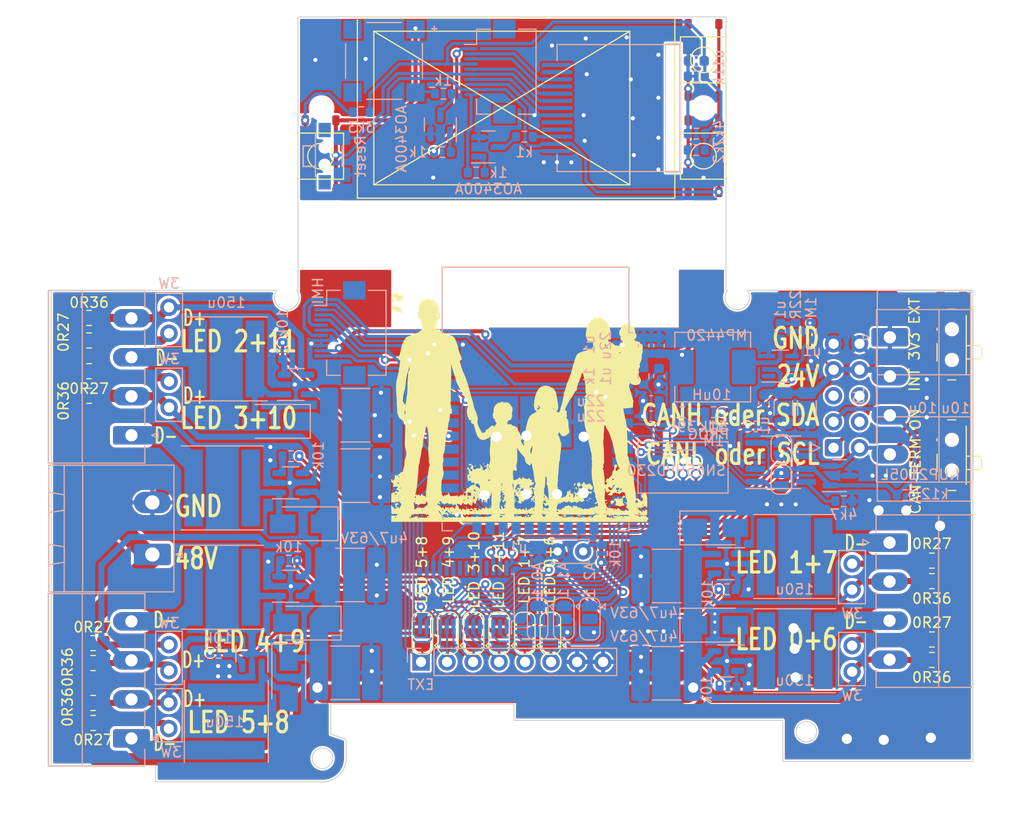
<source format=kicad_pcb>
(kicad_pcb (version 20211014) (generator pcbnew)
  (layers (0 "F.Cu" jumper) (31 "B.Cu" signal) (34 "B.Paste" user) (35 "F.Paste" user) (36 "B.SilkS" user "B.Silkscreen") (37 "F.SilkS" user "F.Silkscreen") (38 "B.Mask" user) (39 "F.Mask" user) (44 "Edge.Cuts" user))
  (net 0 "")
  (net 1 "+3V3")
  (net 2 "GND")
  (net 3 "RESET")
  (net 4 "+24V")
  (net 5 "Net-(C8-Pad1)")
  (net 6 "Net-(C9-Pad1)")
  (net 7 "/SW")
  (net 8 "+48V")
  (net 9 "/LED_DRIVER1/D-")
  (net 10 "/LED_DRIVER2/D-")
  (net 11 "/LED_DRIVER3/D-")
  (net 12 "/LED_DRIVER4/D-")
  (net 13 "/LED_DRIVER5/D-")
  (net 14 "/LED_DRIVER6/D-")
  (net 15 "Net-(R2-Pad1)")
  (net 16 "Net-(R3-Pad2)")
  (net 17 "Net-(R4-Pad2)")
  (net 18 "Net-(J7-Pad1)")
  (net 19 "Net-(R5-Pad2)")
  (net 20 "Net-(R6-Pad1)")
  (net 21 "Net-(R6-Pad2)")
  (net 22 "/LED_DRIVER1/PWM")
  (net 23 "Net-(R9-Pad2)")
  (net 24 "/LED_DRIVER1/D+")
  (net 25 "/LED_DRIVER2/PWM")
  (net 26 "Net-(R11-Pad2)")
  (net 27 "/LED_DRIVER2/D+")
  (net 28 "/LED_DRIVER3/PWM")
  (net 29 "Net-(R13-Pad2)")
  (net 30 "/LED_DRIVER3/D+")
  (net 31 "/LED_DRIVER4/PWM")
  (net 32 "Net-(R15-Pad2)")
  (net 33 "/LED_DRIVER4/D+")
  (net 34 "/LED_DRIVER5/PWM")
  (net 35 "Net-(R17-Pad2)")
  (net 36 "/LED_DRIVER5/D+")
  (net 37 "/LED_DRIVER6/PWM")
  (net 38 "Net-(R19-Pad2)")
  (net 39 "/LED_DRIVER6/D+")
  (net 40 "CAN_TX")
  (net 41 "CAN_RX")
  (net 44 "SW1")
  (net 45 "/THERM")
  (net 46 "LED11")
  (net 47 "LED10")
  (net 48 "LED9")
  (net 49 "LED8")
  (net 50 "LED7")
  (net 57 "LED6")
  (net 58 "LED2")
  (net 59 "LED0")
  (net 60 "LED1")
  (net 62 "LED3")
  (net 64 "LED4")
  (net 65 "LED5")
  (net 74 "PROG_TX")
  (net 75 "PROG_RX")
  (net 76 "PROG_IO0")
  (net 80 "A0")
  (net 81 "A1")
  (net 82 "A2")
  (net 83 "CANH_SDA")
  (net 84 "CANL_SCL")
  (net 85 "/top_hmi/SW")
  (net 86 "GND1")
  (net 87 "/top_hmi/RS")
  (net 88 "/top_hmi/MOSI")
  (net 89 "/top_hmi/SCLK")
  (net 90 "MOSI")
  (net 91 "SCLK")
  (net 92 "RS")
  (net 93 "/LED_DRIVER1/LX")
  (net 94 "/LED_DRIVER2/LX")
  (net 95 "/LED_DRIVER3/LX")
  (net 96 "/LED_DRIVER4/LX")
  (net 97 "/LED_DRIVER5/LX")
  (net 98 "/LED_DRIVER6/LX")
  (net 99 "/LED_DRIVER1/R_sense")
  (net 100 "/LED_DRIVER2/R_sense")
  (net 101 "/LED_DRIVER3/R_sense")
  (net 102 "/LED_DRIVER4/R_sense")
  (net 103 "/LED_DRIVER5/R_sense")
  (net 104 "/LED_DRIVER6/R_sense")
  (net 105 "Net-(Q1-Pad1)")
  (net 106 "Net-(Q1-Pad3)")
  (net 107 "/top_hmi/BACKLIGHT")
  (net 108 "+3.3VP")
  (net 109 "Net-(R33-Pad2)")
  (net 112 "/top_hmi/CS")
  (net 115 "/top_hmi/RESET")
  (net 116 "Net-(R28-Pad2)")
  (net 117 "Net-(BZ1-PadN)")
  (net 118 "Net-(Q3-Pad1)")
  (net 119 "Net-(Q3-Pad3)")
  (net 120 "/top_hmi/BUZZER")
  (net 121 "BUZZER")
  (net 122 "BACKLIGHT")
  (net 124 "Net-(R34-Pad2)")
  (net 125 "Net-(R35-Pad2)")
  (footprint "liebler_OPTO:FP-114 13pol" (layer "F.Cu") (at 149 90)
    (fp_text reference "X1" hide)
    (fp_text value "LH114" hide)
  )
  (footprint "Resistor_SMD:R_0805_2012Metric_Pad1.20x1.40mm_HandSolder" (layer "F.Cu") (at 191 141.9 180)
    (fp_text reference "R26" hide)
    (fp_text value "0R27")
  )
  (footprint "Resistor_SMD:R_0805_2012Metric_Pad1.20x1.40mm_HandSolder" (layer "F.Cu") (at 191 143.9 180)
    (fp_text reference "R20" hide)
    (fp_text value "0R36")
  )
  (footprint "Resistor_SMD:R_0805_2012Metric_Pad1.20x1.40mm_HandSolder" (layer "F.Cu") (at 108.7 112.7)
    (fp_text reference "R24" hide)
    (fp_text value "0R27")
  )
  (footprint "Resistor_SMD:R_0805_2012Metric_Pad1.20x1.40mm_HandSolder" (layer "F.Cu") (at 109.1 150.05)
    (fp_text reference "R21" hide)
    (fp_text value "0R27")
  )
  (footprint "Resistor_SMD:R_0805_2012Metric_Pad1.20x1.40mm_HandSolder" (layer "F.Cu") (at 109.1 142.25)
    (fp_text reference "R22" hide)
    (fp_text value "0R27")
  )
  (footprint "liebler_MECH:Button_SMD_4,5x4,5" (layer "F.Cu") (at 168.7 85.3 90)
    (fp_text reference "SW8" hide)
    (fp_text value "R" hide)
  )
  (footprint "Jumper:SolderJumper-3_P1.3mm_Open_RoundedPad1.0x1.5mm" (layer "F.Cu") (at 148.748751 141.291251 90)
    (fp_text reference "JP9" hide)
    (fp_text value "LED 2+11")
  )
  (footprint "MountingHole:MountingHole_2mm" (layer "F.Cu") (at 168.7 90)
    (fp_text reference "H1" hide)
    (fp_text value "MountingHole" hide)
  )
  (footprint "Jumper:SolderJumper-3_P1.3mm_Open_RoundedPad1.0x1.5mm" (layer "F.Cu") (at 151.248751 141.291251 90)
    (fp_text reference "JP8" hide)
    (fp_text value "LED 1+7")
  )
  (footprint "liebler_MECH:Button_SMD_4,5x4,5" (layer "F.Cu") (at 131.3 94.7 90)
    (fp_text reference "SW11" hide)
    (fp_text value "L" hide)
  )
  (footprint "Jumper:SolderJumper-3_P1.3mm_Open_RoundedPad1.0x1.5mm" (layer "F.Cu") (at 146.248751 141.291251 90)
    (fp_text reference "JP10" hide)
    (fp_text value "LED 3+10")
  )
  (footprint "Jumper:SolderJumper-3_P1.3mm_Open_RoundedPad1.0x1.5mm" (layer "F.Cu") (at 153.748751 141.291251 90)
    (fp_text reference "JP7" hide)
    (fp_text value "LED 0+6")
  )
  (footprint "Jumper:SolderJumper-3_P1.3mm_Open_RoundedPad1.0x1.5mm" (layer "F.Cu") (at 141.248751 141.291251 90)
    (fp_text reference "JP12" hide)
    (fp_text value "LED 5+8")
  )
  (footprint "liebler_MECH:SW_SPDT_PCM12_handsolder" (layer "F.Cu") (at 192.6275 113.1 90)
    (fp_text reference "SW3" hide)
    (fp_text value "INT 3V3 EXT")
  )
  (footprint "Resistor_SMD:R_0805_2012Metric_Pad1.20x1.40mm_HandSolder" (layer "F.Cu") (at 109.1 148.1)
    (fp_text reference "R10" hide)
    (fp_text value "0R36")
  )
  (footprint "liebler_DRAWINGS:family" (layer "F.Cu") (at 150.7 119.2)
    (fp_text reference "IMG1" hide)
    (fp_text value "Family" hide)
  )
  (footprint "Resistor_SMD:R_0805_2012Metric_Pad1.20x1.40mm_HandSolder" (layer "F.Cu") (at 191 136.2 180)
    (fp_text reference "R18" hide)
    (fp_text value "0R36")
  )
  (footprint "Resistor_SMD:R_0805_2012Metric_Pad1.20x1.40mm_HandSolder" (layer "F.Cu") (at 109.1 144.2)
    (fp_text reference "R12" hide)
    (fp_text value "0R36")
  )
  (footprint "Resistor_SMD:R_0805_2012Metric_Pad1.20x1.40mm_HandSolder" (layer "F.Cu") (at 191 134.2 180)
    (fp_text reference "R25" hide)
    (fp_text value "0R27")
  )
  (footprint "Resistor_SMD:R_0805_2012Metric_Pad1.20x1.40mm_HandSolder" (layer "F.Cu") (at 108.7 118.1)
    (fp_text reference "R14" hide)
    (fp_text value "0R36")
  )
  (footprint "liebler_MECH:SW_SPDT_PCM12_handsolder" (layer "F.Cu") (at 192.6275 123.9 90)
    (fp_text reference "SW2" hide)
    (fp_text value "CAN TERM ON")
  )
  (footprint "Resistor_SMD:R_0805_2012Metric_Pad1.20x1.40mm_HandSolder" (layer "F.Cu") (at 108.7 115.7)
    (fp_text reference "R23" hide)
    (fp_text value "0R27")
  )
  (footprint "liebler_MECH:Button_SMD_4,5x4,5" (layer "F.Cu") (at 168.7 94.7 90)
    (fp_text reference "SW12" hide)
    (fp_text value "OK" hide)
  )
  (footprint "MountingHole:MountingHole_2mm" (layer "F.Cu") (at 131.4 90)
    (fp_text reference "H2" hide)
    (fp_text value "MountingHole" hide)
  )
  (footprint "Resistor_SMD:R_0805_2012Metric_Pad1.20x1.40mm_HandSolder" (layer "F.Cu") (at 108.7 110.5)
    (fp_text reference "R16" hide)
    (fp_text value "0R36")
  )
  (footprint "Jumper:SolderJumper-3_P1.3mm_Open_RoundedPad1.0x1.5mm" (layer "F.Cu") (at 143.748751 141.291251 90)
    (fp_text reference "JP11" hide)
    (fp_text value "LED 4+9")
  )
  (footprint "Diode_SMD:D_SMA" (layer "B.Cu") (at 169.8 131)
    (fp_text reference "D6" hide)
    (fp_text value "D" hide)
  )
  (footprint "RF_Module:ESP32-WROOM-32" (layer "B.Cu") (at 152.3 121.4 180)
    (fp_text reference "U2" hide)
    (fp_text value "ESP32-WROOM-32")
  )
  (footprint "Resistor_SMD:R_0603_1608Metric" (layer "B.Cu") (at 158.8 133.5 90)
    (fp_text reference "R39" hide)
    (fp_text value "10k")
  )
  (footprint "Capacitor_SMD:C_0603_1608Metric" (layer "B.Cu") (at 164.35 116.2 -90)
    (fp_text reference "C4" hide)
    (fp_text value "u1")
  )
  (footprint "Diode_SMD:D_SMA" (layer "B.Cu") (at 169.8 140.5)
    (fp_text reference "D7" hide)
    (fp_text value "D" hide)
  )
  (footprint "Inductor_SMD:L_Taiyo-Yuden_NR-80xx" (layer "B.Cu") (at 121.7 136.8)
    (fp_text reference "L3" hide)
    (fp_text value "150u" hide)
  )
  (footprint "Capacitor_SMD:C_2220_5650Metric" (layer "B.Cu") (at 134.7 125.9 180)
    (fp_text reference "C14" hide)
    (fp_text value "4u7/63V" hide)
  )
  (footprint "Jumper:SolderJumper-2_P1.3mm_Open_RoundedPad1.0x1.5mm" (layer "B.Cu") (at 176.3 123.3 -90)
    (fp_text reference "JP14" hide)
    (fp_text value "Jumper_2_Open" hide)
  )
  (footprint "Capacitor_SMD:C_0603_1608Metric" (layer "B.Cu") (at 162.85 113.2 90)
    (fp_text reference "C2" hide)
    (fp_text value "u1")
  )
  (footprint "Resistor_SMD:R_0603_1608Metric" (layer "B.Cu") (at 151.2 92.8)
    (fp_text reference "R28" hide)
    (fp_text value "k1")
  )
  (footprint "Capacitor_SMD:C_1206_3216Metric" (layer "B.Cu") (at 178.8 119.3 -90)
    (fp_text reference "C5" hide)
    (fp_text value "10u")
  )
  (footprint "Resistor_SMD:R_0603_1608Metric" (layer "B.Cu") (at 128.4 124 180)
    (fp_text reference "R13" hide)
    (fp_text value "10k")
  )
  (footprint "liebler_MECH:Button_2x4x3,5_handsolder" (layer "B.Cu") (at 131.7075 94.7 -90)
    (fp_text reference "SW1" hide)
    (fp_text value "Reset")
  )
  (footprint "Jumper:SolderJumper-3_P1.3mm_Open_RoundedPad1.0x1.5mm" (layer "B.Cu") (at 152.5 139.891251 -90)
    (fp_text reference "SW4" hide)
    (fp_text value "A0 1")
  )
  (footprint "Connector_Phoenix_MC:PhoenixContact_MC_1,5_4-G-3.81_1x04_P3.81mm_Horizontal" (layer "B.Cu") (at 112.8325 121.96 90)
    (fp_text reference "J4" hide)
    (fp_text value "LED1+2" hide)
  )
  (footprint "Package_TO_SOT_SMD:SOT-23-5" (layer "B.Cu") (at 170.9 144 180)
    (fp_text reference "U10" hide)
    (fp_text value "ZXLD1362" hide)
  )
  (footprint "Resistor_SMD:R_0603_1608Metric" (layer "B.Cu") (at 143.2 94.3)
    (fp_text reference "R36" hide)
    (fp_text value "1k")
  )
  (footprint "Resistor_SMD:R_0603_1608Metric" (layer "B.Cu") (at 128.2 134.2 180)
    (fp_text reference "R11" hide)
    (fp_text value "10k")
  )
  (footprint "Capacitor_SMD:C_2220_5650Metric" (layer "B.Cu") (at 134.7 120 180)
    (fp_text reference "C15" hide)
    (fp_text value "4u7/63V" hide)
  )
  (footprint "Resistor_SMD:R_0603_1608Metric" (layer "B.Cu") (at 135.3 90.4 180)
    (fp_text reference "R34" hide)
    (fp_text value "3k3")
  )
  (footprint "Resistor_SMD:R_0603_1608Metric" (layer "B.Cu") (at 168 94.1 180)
    (fp_text reference "R35" hide)
    (fp_text value "2k2")
  )
  (footprint "Jumper:SolderJumper-2_P1.3mm_Open_RoundedPad1.0x1.5mm" (layer "B.Cu") (at 176.3 126.3 90)
    (fp_text reference "JP13" hide)
    (fp_text value "Jumper_2_Open" hide)
  )
  (footprint "Package_TO_SOT_SMD:SOT-23-5" (layer "B.Cu") (at 128.4 136.7)
    (fp_text reference "U6" hide)
    (fp_text value "ZXLD1362" hide)
  )
  (footprint "Inductor_SMD:L_Taiyo-Yuden_NR-80xx" (layer "B.Cu") (at 121.7 127.1)
    (fp_text reference "L4" hide)
    (fp_text value "150u" hide)
  )
  (footprint "Capacitor_SMD:C_2220_5650Metric" (layer "B.Cu") (at 133.7 145.15 180)
    (fp_text reference "C12" hide)
    (fp_text value "4u7/63V" hide)
  )
  (footprint "Capacitor_SMD:C_0603_1608Metric" (layer "B.Cu") (at 164.35 113.2 90)
    (fp_text reference "C1" hide)
    (fp_text value "22u")
  )
  (footprint "Package_TO_SOT_SMD:SOT-23-5" (layer "B.Cu") (at 128.4 126.6)
    (fp_text reference "U7" hide)
    (fp_text value "ZXLD1362" hide)
  )
  (footprint "Inductor_SMD:L_Abracon_ASPI-0630LR" (layer "B.Cu") (at 169.6 115.3 180)
    (fp_text reference "L1" hide)
    (fp_text value "10uH")
  )
  (footprint "Resistor_SMD:R_0603_1608Metric" (layer "B.Cu") (at 179.2 111.8 -90)
    (fp_text reference "R4" hide)
    (fp_text value "1M")
  )
  (footprint "Inductor_SMD:L_Taiyo-Yuden_NR-80xx" (layer "B.Cu") (at 177.6 143 180)
    (fp_text reference "L7" hide)
    (fp_text value "150u")
  )
  (footprint "liebler_CONN:Jumper 2x2.54" (layer "B.Cu") (at 116.515 116.7 180)
    (fp_text reference "JP3" hide)
    (fp_text value "3W")
  )
  (footprint "Resistor_SMD:R_0603_1608Metric" (layer "B.Cu") (at 188.4 127.8)
    (fp_text reference "R3" hide)
    (fp_text value "k12")
  )
  (footprint "liebler_CONN:IDC_2x03_P1.27mm_Vertical" (layer "B.Cu") (at 166.7 125.1 -90)
    (fp_text reference "J1" hide)
    (fp_text value "PROG")
  )
  (footprint "Capacitor_SMD:C_0603_1608Metric" (layer "B.Cu") (at 168 85.4)
    (fp_text reference "C19" hide)
    (fp_text value "u1")
  )
  (footprint "Connector_Phoenix_MC:PhoenixContact_MC_1,5_4-G-3.81_1x04_P3.81mm_Horizontal" (layer "B.Cu") (at 112.8325 151.56 90)
    (fp_text reference "J3" hide)
    (fp_text value "LED1+2" hide)
  )
  (footprint "liebler_CONN:Jumper 2x2.54" (layer "B.Cu") (at 183.215 134.5 180)
    (fp_text reference "JP5" hide)
    (fp_text value "3W")
  )
  (footprint "Capacitor_SMD:C_0603_1608Metric" (layer "B.Cu") (at 173.8 121.1)
    (fp_text reference "C3" hide)
    (fp_text value "u1")
  )
  (footprint "Inductor_SMD:L_Taiyo-Yuden_NR-80xx" (layer "B.Cu") (at 122.1 149.9 90)
    (fp_text reference "L2" hide)
    (fp_text value "150u")
  )
  (footprint "Capacitor_SMD:C_1206_3216Metric" (layer "B.Cu") (at 176.5 119.3 -90)
    (fp_text reference "C6" hide)
    (fp_text value "10u")
  )
  (footprint "Capacitor_SMD:C_0603_1608Metric" (layer "B.Cu") (at 151.9 134.2)
    (fp_text reference "C18" hide)
    (fp_text value "u1")
  )
  (footprint "Package_TO_SOT_SMD:SOT-23-5" (layer "B.Cu") (at 124.6 143.3 90)
    (fp_text reference "U5" hide)
    (fp_text value "ZXLD1362" hide)
  )
  (footprint "Connector_FFC-FPC:Hirose_FH12-10S-0.5SH_1x10-1MP_P0.50mm_Horizontal" (layer "B.Cu") (at 147.85 86.45 -90)
    (fp_text reference "J10" hide)
    (fp_text value "Conn_01x10" hide)
  )
  (footprint "Resistor_SMD:R_0603_1608Metric" (layer "B.Cu") (at 169.7 119.7 180)
    (fp_text reference "R6" hide)
    (fp_text value "51k")
  )
  (footprint "Resistor_SMD:R_0603_1608Metric" (layer "B.Cu") (at 182.4 128.4)
    (fp_text reference "R2" hide)
    (fp_text value "4k7")
  )
  (footprint "Capacitor_SMD:C_0603_1608Metric" (layer "B.Cu") (at 179.3 115.5 90)
    (fp_text reference "C8" hide)
    (fp_text value "u1")
  )
  (footprint "Diode_SMD:D_SMA" (layer "B.Cu") (at 128.2 145.7 -90)
    (fp_text reference "D2" hide)
    (fp_text value "D" hide)
  )
  (footprint "Capacitor_SMD:C_0603_1608Metric" (layer "B.Cu") (at 176.2 111.8 -90)
    (fp_text reference "C9" hide)
    (fp_text value "u1")
  )
  (footprint "Resistor_SMD:R_0603_1608Metric" (layer "B.Cu") (at 168 86.9)
    (fp_text reference "R29" hide)
    (fp_text value "1k")
  )
  (footprint "Capacitor_THT:C_Disc_D3.4mm_W2.1mm_P2.50mm" (layer "B.Cu") (at 156.95 133.3 180)
    (fp_text reference "TH1" hide)
    (fp_text value "Thermistor_NTC" hide)
  )
  (footprint "Resistor_SMD:R_0603_1608Metric" (layer "B.Cu") (at 127.6 113.7 -90)
    (fp_text reference "R15" hide)
    (fp_text value "10k")
  )
  (footprint "Connector_IDC:IDC-Header_2x05_P2.54mm_Horizontal" (layer "B.Cu") (at 181.4 123.18)
    (fp_text reference "J7" hide)
    (fp_text value "SensactBusConnector" hide)
  )
  (footprint "Connector_FFC-FPC:Hirose_FH12-10S-0.5SH_1x10-1MP_P0.50mm_Horizontal" (layer "B.Cu") (at 133.2 111.95 -90)
    (fp_text reference "J9" hide)
    (fp_text value "HMI")
  )
  (footprint "Resistor_SMD:R_0603_1608Metric" (layer "B.Cu") (at 143.3 88.6 180)
    (fp_text reference "R37" hide)
    (fp_text value "1k")
  )
  (footprint "liebler_CONN:Jumper 2x2.54" (layer "B.Cu") (at 183.215 142.5 180)
    (fp_text reference "JP6" hide)
    (fp_text value "3W")
  )
  (footprint "Diode_SMD:D_SMA" (layer "B.Cu") (at 129.9 140.3 180)
    (fp_text reference "D3" hide)
    (fp_text value "D" hide)
  )
  (footprint "liebler_CONN:Jumper 2x2.54" (layer "B.Cu") (at 116.5 142.4 180)
    (fp_text reference "JP2" hide)
    (fp_text value "3W")
  )
  (footprint "Capacitor_SMD:C_0603_1608Metric" (layer "B.Cu") (at 163.6 120.1 180)
    (fp_text reference "C10" hide)
    (fp_text value "22u")
  )
  (footprint "Resistor_SMD:R_0603_1608Metric" (layer "B.Cu") (at 171 137)
    (fp_text reference "R17" hide)
    (fp_text value "10k")
  )
  (footprint "liebler_MECH:XDCR_CMT-7525-80-SMT-TR" (layer "B.Cu") (at 137.5 85.4 180)
    (fp_text reference "BZ1" hide)
    (fp_text value "Buzzer" hide)
  )
  (footprint "Resistor_SMD:R_0603_1608Metric" (layer "B.Cu") (at 171.1 146.5)
    (fp_text reference "R19" hide)
    (fp_text value "10k")
  )
  (footprint "Package_TO_SOT_SMD:SOT-23-5" (layer "B.Cu") (at 170.9 134.5 180)
    (fp_text reference "U9" hide)
    (fp_text value "ZXLD1362" hide)
  )
  (footprint "Resistor_SMD:R_0603_1608Metric" (layer "B.Cu") (at 177.7 111.8 -90)
    (fp_text reference "R5" hide)
    (fp_text value "22R")
  )
  (footprint "Resistor_SMD:R_0603_1608Metric" (layer "B.Cu") (at 166.65 119.7 180)
    (fp_text reference "R8" hide)
    (fp_text value "39k")
  )
  (footprint "liebler_CONN:Jumper 2x2.54" (layer "B.Cu") (at 116.485 150.6)
    (fp_text reference "JP1" hide)
    (fp_text value "3W")
  )
  (footprint "Diode_SMD:D_SMA" (layer "B.Cu") (at 126.9 120.6 180)
    (fp_text reference "D5" hide)
    (fp_text value "D" hide)
  )
  (footprint "Resistor_SMD:R_0603_1608Metric" (layer "B.Cu") (at 162.85 116.2 -90)
    (fp_text reference "R1" hide)
    (fp_text value "1k")
  )
  (footprint "Package_SO:SOIC-8_3.9x4.9mm_P1.27mm" (layer "B.Cu") (at 176.25 124.6)
    (fp_text reference "U1" hide)
    (fp_text value "SN65HVD230")
  )
  (footprint "Jumper:SolderJumper-3_P1.3mm_Open_RoundedPad1.0x1.5mm" (layer "B.Cu") (at 155.0575 139.891251 -90)
    (fp_text reference "SW5" hide)
    (fp_text value "A1 1")
  )
  (footprint "Connector_Phoenix_MSTB:PhoenixContact_MSTBA_2,5_2-G-5,08_1x02_P5.08mm_Horizontal" (layer "B.Cu") (at 114.8775 133.6 90)
    (fp_text reference "J6" hide)
    (fp_text value "Conn_01x02" hide)
  )
  (footprint "Capacitor_SMD:C_0603_1608Metric" (layer "B.Cu") (at 174.6 118.8 -90)
    (fp_text reference "C7" hide)
    (fp_text value "u1")
  )
  (footprint "Connector_Phoenix_MC:PhoenixContact_MC_1,5_4-G-3.81_1x04_P3.81mm_Horizontal" (layer "B.Cu") (at 186.9 112.39 -90)
    (fp_text reference "J8")
    (fp_text value "POWER+CAN")
  )
  (footprint "Capacitor_SMD:C_0603_1608Metric" (layer "B.Cu") (at 163.6 118.6 180)
    (fp_text reference "C11" hide)
    (fp_text value "22u")
  )
  (footprint "Package_TO_SOT_SMD:SOT-23-5" (layer "B.Cu") (at 128.9 117)
    (fp_text reference "U8" hide)
    (fp_text value "ZXLD1362" hide)
  )
  (footprint "Inductor_SMD:L_Taiyo-Yuden_NR-80xx" (layer "B.Cu") (at 177.6 133.8 180)
    (fp_text reference "L6" hide)
    (fp_text value "150u")
  )
  (footprint "Capacitor_SMD:C_2220_5650Metric" (layer "B.Cu") (at 165.1 145.2)
    (fp_text reference "C17" hide)
    (fp_text value "4u7/63V")
  )
  (footprint "Package_TO_SOT_SMD:SOT-23" (layer "B.Cu") (at 143 91.6 90)
    (fp_text reference "Q3" hide)
    (fp_text value "AO3400A")
  )
  (footprint "Diode_SMD:D_SMA" (layer "B.Cu") (at 129.6 130.6 180)
    (fp_text reference "D4" hide)
    (fp_text value "D" hide)
  )
  (footprint "Package_SO:TSSOP-28_4.4x9.7mm_P0.65mm" (layer "B.Cu") (at 145.25 137.791251 90)
    (fp_text reference "U4" hide)
    (fp_text value "PCA9685PW" hide)
  )
  (footprint "Resistor_SMD:R_0603_1608Metric" (layer "B.Cu") (at 121.35 143.2)
    (fp_text reference "R9" hide)
    (fp_text value "10k")
  )
  (footprint "Resistor_SMD:R_0603_1608Metric" (layer "B.Cu") (at 146.5 96.3)
    (fp_text reference "R27" hide)
    (fp_text value "1k")
  )
  (footprint "Capacitor_SMD:C_2220_5650Metric" (layer "B.Cu") (at 165.1 135.7)
    (fp_text reference "C16" hide)
    (fp_text value "4u7/63V")
  )
  (footprint "Resistor_SMD:R_0603_1608Metric" (layer "B.Cu") (at 169.7 121.2)
    (fp_text reference "R7" hide)
    (fp_text value "1M")
  )
  (footprint "Package_TO_SOT_SMD:SOT-23" (layer "B.Cu") (at 182 125.9)
    (fp_text reference "D1" hide)
    (fp_text value "NUP2105L")
  )
  (footprint "Jumper:SolderJumper-3_P1.3mm_Open_RoundedPad1.0x1.5mm" (layer "B.Cu") (at 157.6 139.891251 -90)
    (fp_text reference "SW6" hide)
    (fp_text value "A2 1")
  )
  (footprint "Connector_PinHeader_2.54mm:PinHeader_1x08_P2.54mm_Vertical" (layer "B.Cu") (at 141.116251 144.091251 -90)
    (fp_text reference "J2" hide)
    (fp_text value "EXT")
  )
  (footprint "Package_TO_SOT_SMD:TSOT-23-8" (layer "B.Cu") (at 176.2 115.2)
    (fp_text reference "U3" hide)
    (fp_text value "MP4420")
  )
  (footprint "liebler_CONN:Jumper 2x2.54" (layer "B.Cu") (at 116.5 112)
    (fp_text reference "JP4" hide)
    (fp_text value "3W")
  )
  (footprint "Package_TO_SOT_SMD:SOT-23" (layer "B.Cu") (at 147.7 93.8)
    (fp_text reference "Q1" hide)
    (fp_text value "AO3400A")
  )
  (footprint "Inductor_SMD:L_Taiyo-Yuden_NR-80xx" (layer "B.Cu") (at 122.1 114.5)
    (fp_text reference "L5" hide)
    (fp_text value "150u")
  )
  (footprint "Capacitor_SMD:C_2220_5650Metric" (layer "B.Cu") (at 134.2 135.6 180)
    (fp_text reference "C13" hide)
    (fp_text value "4u7/63V")
  )
  (footprint "Resistor_SMD:R_0603_1608Metric" (layer "B.Cu") (at 168 92.5 180)
    (fp_text reference "R33" hide)
    (fp_text value "4k7")
  )
  (footprint "Connector_Phoenix_MC:PhoenixContact_MC_1,5_4-G-3.81_1x04_P3.81mm_Horizontal" (layer "B.Cu") (at 186.8675 132.44 -90)
    (fp_text reference "J5" hide)
    (fp_text value "LED1+2" hide)
  )
  (gr_line (start 132.3 148.2) (end 150.2 148.2) (layer "Edge.Cuts") (width 0.1))
  (gr_line (start 129.1 107.8) (end 128.974679 107.8) (layer "Edge.Cuts") (width 0.1))
  (gr_line (start 115.2 154.2) (end 115.2 155.8) (layer "Edge.Cuts") (width 0.1))
  (gr_arc (start 133.8 153.5) (mid 133.126346 155.126346) (end 131.5 155.8) (layer "Edge.Cuts") (width 0.1))
  (gr_line (start 133.8 153.5) (end 133.8 151.644152) (layer "Edge.Cuts") (width 0.1))
  (gr_circle (center 178.75 150.9) (end 179.75 150.9) (layer "Edge.Cuts") (width 0.1) (fill none))
  (gr_line (start 195 107.8) (end 172.974679 107.8) (layer "Edge.Cuts") (width 0.1))
  (gr_line (start 176.45 153.8) (end 195 153.8) (layer "Edge.Cuts") (width 0.1))
  (gr_line (start 105 107.8) (end 105 154.2) (layer "Edge.Cuts") (width 0.1))
  (gr_line (start 150.2 149.8) (end 176.45 149.8) (layer "Edge.Cuts") (width 0.1))
  (gr_line (start 170.9 107.8) (end 170.9 105.8) (layer "Edge.Cuts") (width 0.1))
  (gr_line (start 129.1 105.8) (end 129.1 81.1) (layer "Edge.Cuts") (width 0.1))
  (gr_line (start 150.2 148.2) (end 150.2 149.8) (layer "Edge.Cuts") (width 0.1))
  (gr_line (start 105 154.2) (end 115.2 154.2) (layer "Edge.Cuts") (width 0.1))
  (gr_arc (start 128.974679 107.8) (mid 128 109.7) (end 127.025321 107.8) (layer "Edge.Cuts") (width 0.1))
  (gr_rect (start 166.5 96.3) (end 165 83.7) (layer "Edge.Cuts") (width 0.1) (fill none))
  (gr_line (start 132.3 151.144152) (end 132.3 148.2) (layer "Edge.Cuts") (width 0.1))
  (gr_line (start 133.8 151.644152) (end 132.3 151.144152) (layer "Edge.Cuts") (width 0.1))
  (gr_line (start 170.9 107.8) (end 171.025321 107.8) (layer "Edge.Cuts") (width 0.1))
  (gr_line (start 176.45 149.8) (end 176.45 153.8) (layer "Edge.Cuts") (width 0.1))
  (gr_circle (center 131.5 153.5) (end 132.5 153.5) (layer "Edge.Cuts") (width 0.1) (fill none))
  (gr_line (start 115.2 155.8) (end 131.5 155.8) (layer "Edge.Cuts") (width 0.1))
  (gr_line (start 105 107.8) (end 127.025321 107.8) (layer "Edge.Cuts") (width 0.1))
  (gr_line (start 129.1 107.8) (end 129.1 105.8) (layer "Edge.Cuts") (width 0.1))
  (gr_line (start 129.1 81.1) (end 170.9 81.1) (layer "Edge.Cuts") (width 0.1))
  (gr_line (start 170.9 105.8) (end 170.9 81.1) (layer "Edge.Cuts") (width 0.1))
  (gr_arc (start 172.974679 107.8) (mid 172 109.7) (end 171.025321 107.8) (layer "Edge.Cuts") (width 0.1))
  (gr_line (start 195 153.8) (end 195 107.8) (layer "Edge.Cuts") (width 0.1))
  (gr_text "D-" (at 183.6 140.1) (layer "F.SilkS") (effects (font (size 1.5 1) (thickness 0.2))))
  (gr_text "GND" (at 180.2 112.5) (layer "F.SilkS") (effects (font (size 2 1.5) (thickness 0.3)) (justify right)))
  (gr_text "D-" (at 183.6 132.5) (layer "F.SilkS") (effects (font (size 1.5 1) (thickness 0.2))))
  (gr_text "LED 5+8" (at 123.3 150) (layer "F.SilkS") (effects (font (size 2 1.5) (thickness 0.3))))
  (gr_text "D+" (at 119 118.1) (layer "F.SilkS") (effects (font (size 1.5 1) (thickness 0.2))))
  (gr_text "LED 2+11" (at 123.3 112.8) (layer "F.SilkS") (effects (font (size 2 1.5) (thickness 0.3))))
  (gr_text "D-" (at 116.1 152) (layer "F.SilkS") (effects (font (size 1.5 1) (thickness 0.2))))
  (gr_text "LED 0+6" (at 176.8 141.9) (layer "F.SilkS") (effects (font (size 2 1.5) (thickness 0.3))))
  (gr_text "D-" (at 116.2 122) (layer "F.SilkS") (effects (font (size 1.5 1) (thickness 0.2))))
  (gr_text "D+" (at 118.9 143.9) (layer "F.SilkS") (effects (font (size 1.5 1) (thickness 0.2))))
  (gr_text "LED 1+7" (at 176.8 134.4) (layer "F.SilkS") (effects (font (size 2 1.5) (thickness 0.3))))
  (gr_text "48V" (at 116.9 134) (layer "F.SilkS") (effects (font (size 2 1.5) (thickness 0.3)) (justify left)))
  (gr_text "CANH oder SDA" (at 180.2 120) (layer "F.SilkS") (effects (font (size 2 1.5) (thickness 0.3)) (justify right)))
  (gr_text "D-" (at 116.1 140) (layer "F.SilkS") (effects (font (size 1.5 1) (thickness 0.2))))
  (gr_text "GND" (at 116.9 128.9) (layer "F.SilkS") (effects (font (size 2 1.5) (thickness 0.3)) (justify left)))
  (gr_text "LED 4+9" (at 124.8 142.1) (layer "F.SilkS") (effects (font (size 2 1.5) (thickness 0.3))))
  (gr_text "CANL oder SCL" (at 180.2 123.8) (layer "F.SilkS") (effects (font (size 2 1.5) (thickness 0.3)) (justify right)))
  (gr_text "LED 3+10" (at 123.3 120.3) (layer "F.SilkS") (effects (font (size 2 1.5) (thickness 0.3))))
  (gr_text "D-" (at 116.3 114.4) (layer "F.SilkS") (effects (font (size 1.5 1) (thickness 0.2))))
  (gr_text "24V" (at 180.2 116.2) (layer "F.SilkS") (effects (font (size 2 1.5) (thickness 0.3)) (justify right)))
  (gr_text "D+" (at 119 110.5) (layer "F.SilkS") (effects (font (size 1.5 1) (thickness 0.2))))
  (gr_text "D+" (at 119 147.7) (layer "F.SilkS") (effects (font (size 1.5 1) (thickness 0.2))))
  (segment (start 173 121.1) (end 175.3 121.1) (width 0.4) (layer "F.Cu") (net 1))
  (segment (start 172.8 111.4) (end 169.3 111.4) (width 0.4) (layer "F.Cu") (net 1))
  (segment (start 190.25 110.85) (end 187.40002 108.00002) (width 0.4) (layer "F.Cu") (net 1))
  (segment (start 150.5 131.9) (end 149.8 132.6) (width 0.4) (layer "F.Cu") (net 1))
  (segment (start 166.6 121.1) (end 173 121.1) (width 0.4) (layer "F.Cu") (net 1))
  (segment (start 134.7505 111.8) (end 147.1 111.8) (width 0.4) (layer "F.Cu") (net 1))
  (segment (start 187.40002 108.00002) (end 176.19998 108.00002) (width 0.4) (layer "F.Cu") (net 1))
  (segment (start 169.3 111.4) (end 166.6 114.1) (width 0.4) (layer "F.Cu") (net 1))
  (segment (start 133.1 113.4505) (end 134.7505 111.8) (width 0.4) (layer "F.Cu") (net 1))
  (segment (start 149.8 132.6) (end 149.8 133.25) (width 0.4) (layer "F.Cu") (net 1))
  (segment (start 174.777138 127.5) (end 170.377138 131.9) (width 0.4) (layer "F.Cu") (net 1))
  (segment (start 176.5 127.5) (end 174.777138 127.5) (width 0.4) (layer "F.Cu") (net 1))
  (segment (start 165.6 120.1) (end 164.330489 121.369511) (width 0.8) (layer "F.Cu") (net 1))
  (segment (start 160.86035 137.26035) (end 158.7 135.1) (width 0.4) (layer "F.Cu") (net 1))
  (segment (start 158.7 131.9) (end 150.5 131.9) (width 0.4) (layer "F.Cu") (net 1))
  (segment (start 158.7 135.1) (end 158.7 134.4) (width 0.4) (layer "F.Cu") (net 1))
  (segment (start 170.377138 131.9) (end 158.7 131.9) (width 0.4) (layer "F.Cu") (net 1))
  (segment (start 177.6 126.4) (end 176.5 127.5) (width 0.4) (layer "F.Cu") (net 1))
  (segment (start 147.1 111.8) (end 147.4 112.1) (width 0.4) (layer "F.Cu") (net 1))
  (segment (start 165.6 120.1) (end 166.6 121.1) (width 0.4) (layer "F.Cu") (net 1))
  (segment (start 175.3 121.1) (end 177.6 123.4) (width 0.4) (layer "F.Cu") (net 1))
  (segment (start 164.330489 121.369511) (end 164.330489 125.564511) (width 0.8) (layer "F.Cu") (net 1))
  (segment (start 164.330489 125.564511) (end 164.500978 125.735) (width 0.8) (layer "F.Cu") (net 1))
  (segment (start 176.19998 108.00002) (end 172.8 111.4) (width 0.4) (layer "F.Cu") (net 1))
  (segment (start 177.6 123.4) (end 177.6 126.4) (width 0.4) (layer "F.Cu") (net 1))
  (segment (start 158.7 131.9) (end 158.7 134.4) (width 0.4) (layer "F.Cu") (net 1))
  (segment (start 149.8 133.25) (end 150 133.45) (width 0.4) (layer "F.Cu") (net 1))
  (segment (start 164.500978 125.735) (end 165.43 125.735) (width 0.8) (layer "F.Cu") (net 1))
  (via (at 165.6 120.1) (size 0.6) (drill 0.3) (layers "F.Cu" "B.Cu") (net 1))
  (via (at 160.86035 137.26035) (size 0.8) (drill 0.4) (layers "F.Cu" "B.Cu") (net 1))
  (via (at 147.4 112.1) (size 0.8) (drill 0.4) (layers "F.Cu" "B.Cu") (net 1))
  (via (at 158.7 134.4) (size 0.8) (drill 0.4) (layers "F.Cu" "B.Cu") (net 1))
  (via (at 150 133.45) (size 0.8) (drill 0.4) (layers "F.Cu" "B.Cu") (net 1))
  (via (at 133.1 113.4505) (size 0.8) (drill 0.4) (layers "F.Cu" "B.Cu") (net 1))
  (via (at 166.6 114.1) (size 0.8) (drill 0.4) (layers "F.Cu" "B.Cu") (net 1))
  (via (at 173 121.1) (size 0.8) (drill 0.4) (layers "F.Cu" "B.Cu") (net 1))
  (segment (start 160.8 114.415) (end 159.685 114.415) (width 0.4) (layer "B.Cu") (net 1))
  (segment (start 150 134.403751) (end 150.978751 134.403751) (width 0.3) (layer "B.Cu") (net 1))
  (segment (start 164.35 113.975) (end 165.25 113.975) (width 0.8) (layer "B.Cu") (net 1))
  (segment (start 160.86035 137.26035) (end 159.6207 138.5) (width 0.3) (layer "B.Cu") (net 1))
  (segment (start 162.85 115.375) (end 162.85 113.975) (width 0.8) (layer "B.Cu") (net 1))
  (segment (start 150 134.403751) (end 150 133.45) (width 0.3) (layer "B.Cu") (net 1))
  (segment (start 165.825 119.7) (end 165.825 116.05) (width 0.8) (layer "B.Cu") (net 1))
  (segment (start 172.3 123.5) (end 172.3 121.825) (width 0.4) (layer "B.Cu") (net 1))
  (segment (start 132.8505 113.7) (end 131.35 113.7) (width 0.3) (layer "B.Cu") (net 1))
  (segment (start 157.6 138.591251) (end 155.0575 138.591251) (width 0.3) (layer "B.Cu") (net 1))
  (segment (start 147.4 112.616434) (end 147.4 112.1) (width 0.4) (layer "B.Cu") (net 1))
  (segment (start 149.475 134.928751) (end 150 134.403751) (width 0.3) (layer "B.Cu") (net 1))
  (segment (start 164.375 119.525) (end 164.375 118.6) (width 0.8) (layer "B.Cu") (net 1))
  (segment (start 133.1 113.4505) (end 132.8505 113.7) (width 0.3) (layer "B.Cu") (net 1))
  (segment (start 147.4 112.616434) (end 149.919046 115.13548) (width 0.4) (layer "B.Cu") (net 1))
  (segment (start 172.3 121.825) (end 173.025 121.1) (width 0.4) (layer "B.Cu") (net 1))
  (segment (start 172.765 123.965) (end 172.3 123.5) (width 0.4) (layer "B.Cu") (net 1))
  (segment (start 149.919046 115.13548) (end 158.96452 115.13548) (width 0.4) (layer "B.Cu") (net 1))
  (segment (start 164.35 113.975) (end 162.85 113.975) (width 0.8) (layer "B.Cu") (net 1))
  (segment (start 159.6207 138.5) (end 157.7 138.5) (width 0.3) (layer "B.Cu") (net 1))
  (segment (start 164.55 119.7) (end 164.375 119.525) (width 0.8) (layer "B.Cu") (net 1))
  (segment (start 173.775 123.965) (end 172.765 123.965) (width 0.4) (layer "B.Cu") (net 1))
  (segment (start 162.41 114.415) (end 162.85 113.975) (width 0.8) (layer "B.Cu") (net 1))
  (segment (start 159 115.1) (end 158.96452 115.13548) (width 0.4) (layer "B.Cu") (net 1))
  (segment (start 165.25 113.975) (end 166.575 115.3) (width 0.8) (layer "B.Cu") (net 1))
  (segment (start 160.8 114.415) (end 162.41 114.415) (width 0.8) (layer "B.Cu") (net 1))
  (segment (start 159.685 114.415) (end 159 115.1) (width 0.4) (layer "B.Cu") (net 1))
  (segment (start 152.5 138.591251) (end 155.0575 138.591251) (width 0.3) (layer "B.Cu") (net 1))
  (segment (start 165.825 119.7) (end 164.55 119.7) (width 0.8) (layer "B.Cu") (net 1))
  (segment (start 164.375 120.1) (end 164.375 119.525) (width 0.8) (layer "B.Cu") (net 1))
  (segment (start 180 109.8) (end 177.8 109.8) (width 1.2) (layer "F.Cu") (net 2))
  (segment (start 133.5 116.9) (end 136.6 120) (width 1.2) (layer "F.Cu") (net 2))
  (segment (start 130.3995 113) (end 131.8995 114.5) (width 0.8) (layer "F.Cu") (net 2))
  (segment (start 154.45 133.3) (end 159.609861 138.459861) (width 1.2) (layer "F.Cu") (net 2))
  (segment (start 171.4 134.5) (end 174.7 134.5) (width 1.2) (layer "F.Cu") (net 2))
  (segment (start 179.1 121.075) (end 178.8 120.775) (width 1.2) (layer "F.Cu") (net 2))
  (segment (start 122.9 112.8) (end 124.1 111.6) (width 1.2) (layer "F.Cu") (net 2))
  (segment (start 114.8775 128.52) (end 122.9 120.4975) (width 1.2) (layer "F.Cu") (net 2))
  (segment (start 147.400094 122.1) (end 148.5 122.1) (width 1.2) (layer "F.Cu") (net 2))
  (segment (start 124.1 111.6) (end 128.9995 111.6) (width 1.2) (layer "F.Cu") (net 2))
  (segment (start 143.7 118.399906) (end 147.400094 122.1) (width 1.2) (layer "F.Cu") (net 2))
  (segment (start 144 134.3) (end 144.349511 134.649511) (width 1.2) (layer "F.Cu") (net 2))
  (segment (start 141.89952 112.59952) (end 142.4 113.1) (width 0.8) (layer "F.Cu") (net 2))
  (segment (start 137.1 124.1) (end 137.1 126) (width 1.2) (layer "F.Cu") (net 2))
  (segment (start 143.7 118.3) (end 143.7 118.399906) (width 1.2) (layer "F.Cu") (net 2))
  (segment (start 161.945 113.145) (end 164.7 115.9) (width 0.8) (layer "F.Cu") (net 2))
  (segment (start 122.9 120.4975) (end 122.9 112.8) (width 1.2) (layer "F.Cu") (net 2))
  (segment (start 176.9 110.7) (end 176.9 112.4) (width 1.2) (layer "F.Cu") (net 2))
  (segment (start 130.3995 113.7995) (end 133.5 116.9) (width 1.2) (layer "F.Cu") (net 2))
  (segment (start 160.755 113.1) (end 160.8 113.145) (width 0.8) (layer "F.Cu") (net 2))
  (segment (start 159.609861 138.459861) (end 162.640139 138.459861) (width 1.2) (layer "F.Cu") (net 2))
  (segment (start 164.040139 138.459861) (end 167.5 135) (width 1.2) (layer "F.Cu") (net 2))
  (segment (start 128.9995 111.6) (end 130.3995 113) (width 1.2) (layer "F.Cu") (net 2))
  (segment (start 152.3 133.3) (end 150.950489 134.649511) (width 1.2) (layer "F.Cu") (net 2))
  (segment (start 164.7 115.9) (end 172.3 115.9) (width 0.8) (layer "F.Cu") (net 2))
  (segment (start 174.7 134.5) (end 179.1 130.1) (width 1.2) (layer "F.Cu") (net 2))
  (segment (start 137.1 128) (end 137.1 132.6) (width 1.2) (layer "F.Cu") (net 2))
  (segment (start 144.349511 134.649511) (end 150.950489 134.649511) (width 1.2) (layer "F.Cu") (net 2))
  (segment (start 171 134.5) (end 171.4 134.5) (width 1.2) (layer "F.Cu") (net 2))
  (segment (start 131.8995 114.5) (end 134.7 114.5) (width 0.8) (layer "F.Cu") (net 2))
  (segment (start 137.1 122) (end 137.1 124.1) (width 1.2) (layer "F.Cu") (net 2))
  (segment (start 133.5 116.9) (end 142.3 116.9) (width 1.2) (layer "F.Cu") (net 2))
  (segment (start 154.45 133.3) (end 152.3 133.3) (width 1.2) (layer "F.Cu") (net 2))
  (segment (start 126.4 124.4) (end 126.4 123.1) (width 0.6) (layer "F.Cu") (net 2))
  (segment (start 181.4 111.2) (end 180 109.8) (width 1.2) (layer "F.Cu") (net 2))
  (segment (start 130.3995 113) (end 130.3995 113.7995) (width 1.2) (layer "F.Cu") (net 2))
  (segment (start 176.9 112.4) (end 179.2 114.7) (width 1.2) (layer "F.Cu") (net 2))
  (segment (start 136.6 120) (end 137.1 120.5) (width 1.2) (layer "F.Cu") (net 2))
  (segment (start 145.2 113.1) (end 160.755 113.1) (width 0.8) (layer "F.Cu") (net 2))
  (segment (start 134.7 114.5) (end 136.60048 112.59952) (width 0.8) (layer "F.Cu") (net 2))
  (segment (start 168 134.5) (end 171 134.5) (width 1.2) (layer "F.Cu") (net 2))
  (segment (start 175.8 112.4) (end 176.9 112.4) (width 0.8) (layer "F.Cu") (net 2))
  (segment (start 179.1 130.1) (end 179.1 121.075) (width 1.2) (layer "F.Cu") (net 2))
  (segment (start 142.3 116.9) (end 143.7 118.3) (width 1.2) (layer "F.Cu") (net 2))
  (segment (start 172.3 115.9) (end 175.8 112.4) (width 0.8) (layer "F.Cu") (net 2))
  (segment (start 177.8 109.8) (end 176.9 110.7) (width 1.2) (layer "F.Cu") (net 2))
  (segment (start 179.2 120.375) (end 178.8 120.775) (width 1.2) (layer "F.Cu") (net 2))
  (segment (start 137.1 120.5) (end 137.1 122) (width 1.2) (layer "F.Cu") (net 2))
  (segment (start 137.1 126) (end 137.1 128) (width 1.2) (layer "F.Cu") (net 2))
  (segment (start 145.2 113.1) (end 142.4 113.1) (width 0.8) (layer "F.Cu") (net 2))
  (segment (start 160.8 113.145) (end 161.945 113.145) (width 0.8) (layer "F.Cu") (net 2))
  (segment (start 179.2 114.7) (end 179.2 120.375) (width 1.2) (layer "F.Cu") (net 2))
  (segment (start 167.5 135) (end 168 134.5) (width 1.2) (layer "F.Cu") (net 2))
  (segment (start 138.8 134.3) (end 144 134.3) (width 1.2) (layer "F.Cu") (net 2))
  (segment (start 136.60048 112.59952) (end 141.89952 112.59952) (width 0.8) (layer "F.Cu") (net 2))
  (segment (start 137.1 132.6) (end 138.8 134.3) (width 1.2) (layer "F.Cu") (net 2))
  (segment (start 181.4 113.02) (end 181.4 111.2) (width 1.2) (layer "F.Cu") (net 2))
  (segment (start 162.640139 138.459861) (end 164.040139 138.459861) (width 1.2) (layer "F.Cu") (net 2))
  (segment (start 183.94 113.02) (end 181.4 113.02) (width 1.2) (layer "F.Cu") (net 2))
  (via (at 158 141.2) (size 0.8) (drill 0.4) (layers "F.Cu" "B.Cu") (net 2))
  (via (at 137.2 117.8) (size 0.8) (drill 0.4) (layers "F.Cu" "B.Cu") (net 2))
  (via (at 155.4 141.2) (size 0.8) (drill 0.4) (layers "F.Cu" "B.Cu") (net 2))
  (via (at 176.3 128.7) (size 0.8) (drill 0.4) (layers "F.Cu" "B.Cu") (net 2))
  (via (at 122.4 145.5) (size 0.8) (drill 0.4) (layers "F.Cu" "B.Cu") (net 2))
  (via (at 179.2 114.7) (size 0.8) (drill 0.4) (layers "F.Cu" "B.Cu") (net 2))
  (via (at 171.7 120.3) (size 0.8) (drill 0.4) (layers "F.Cu" "B.Cu") (net 2))
  (via (at 126.60048 113.69952) (size 0.8) (drill 0.4) (layers "F.Cu" "B.Cu") (net 2))
  (via (at 157 127.6) (size 1.6) (drill 1) (layers "F.Cu" "B.Cu") (net 2))
  (via (at 177.5 140.8) (size 1.6) (drill 1) (layers "F.Cu" "B.Cu") (net 2))
  (via (at 127 111.6) (size 0.8) (drill 0.4) (layers "F.Cu" "B.Cu") (net 2))
  (via (at 190.9 151.5) (size 1.6) (drill 1) (layers "F.Cu" "B.Cu") (net 2))
  (via (at 164.8 141.1) (size 0.8) (drill 0.4) (layers "F.Cu" "B.Cu") (net 2))
  (via (at 171 134.5) (size 0.8) (drill 0.4) (layers "F.Cu" "B.Cu") (net 2))
  (via (at 185.8 129.3) (size 1.6) (drill 1) (layers "F.Cu" "B.Cu") (net 2))
  (via (at 162.8 118.6) (size 0.8) (drill 0.4) (layers "F.Cu" "B.Cu") (net 2))
  (via (at 130.3995 113) (size 0.8) (drill 0.4) (layers "F.Cu" "B.Cu") (net 2))
  (via (at 162.6 133.8) (size 0.8) (drill 0.4) (layers "F.Cu" "B.Cu") (net 2))
  (via (at 137.1 124.1) (size 0.8) (drill 0.4) (layers "F.Cu" "B.Cu") (net 2))
  (via (at 171 144) (size 0.8) (drill 0.4) (layers "F.Cu" "B.Cu") (net 2))
  (via (at 157 122.1) (size 1.6) (drill 1) (layers "F.Cu" "B.Cu") (net 2))
  (via (at 136.3 143) (size 0.8) (drill 0.4) (layers "F.Cu" "B.Cu") (net 2))
  (via (at 162.640139 138.459861) (size 0.8) (drill 0.4) (layers "F.Cu" "B.Cu") (net 2))
  (via (at 162.6 143.6) (size 0.8) (drill 0.4) (layers "F.Cu" "B.Cu") (net 2))
  (via (at 142.4 113.1) (size 0.8) (drill 0.4) (layers "F.Cu" "B.Cu") (net 2))
  (via (at 137.1 122) (size 0.8) (drill 0.4) (layers "F.Cu" "B.Cu") (net 2))
  (via (at 162.8 120.1) (size 0.8) (drill 0.4) (layers "F.Cu" "B.Cu") (net 2))
  (via (at 169.8 139.4) (size 0.6) (drill 0.3) (layers "F.Cu" "B.Cu") (net 2))
  (via (at 171.5 142) (size 0.6) (drill 0.3) (layers "F.Cu" "B.Cu") (net 2))
  (via (at 190.5 118.3) (size 0.8) (drill 0.4) (layers "F.Cu" "B.Cu") (net 2))
  (via (at 185.2 125.9) (size 0.8) (drill 0.4) (layers "F.Cu" "B.Cu") (net 2))
  (via (at 173.1 137) (size 0.8) (drill 0.4) (layers "F.Cu" "B.Cu") (net 2))
  (via (at 175.2 119.8) (size 0.8) (drill 0.4) (layers "F.Cu" "B.Cu") (net 2))
  (via (at 173.1 146.2005) (size 0.8) (drill 0.4) (layers "F.Cu" "B.Cu") (net 2))
  (via (at 173.200498 144.4) (size 0.8) (drill 0.4) (layers "F.Cu" "B.Cu") (net 2))
  (via (at 154.4 127.7) (size 1.6) (drill 1) (layers "F.Cu" "B.Cu") (net 2))
  (via (at 128.4 136.7) (size 0.8) (drill 0.4) (layers "F.Cu" "B.Cu") (net 2))
  (via (at 162.6 145) (size 0.8) (drill 0.4) (layers "F.Cu" "B.Cu") (net 2))
  (via (at 174.9 128.7) (size 0.8) (drill 0.4) (layers "F.Cu" "B.Cu") (net 2))
  (via (at 186.5 125.9) (size 0.8) (drill 0.4) (layers "F.Cu" "B.Cu") (net 2))
  (via (at 190.5 120.2) (size 0.8) (drill 0.4) (layers "F.Cu" "B.Cu") (net 2))
  (via (at 160.8 113.145) (size 0.8) (drill 0.4) (layers "F.Cu" "B.Cu") (net 2))
  (via (at 126.4 123.1) (size 0.8) (drill 0.4) (layers "F.Cu" "B.Cu") (net 2))
  (via (at 128.3 126.6) (size 0.8) (drill 0.4) (layers "F.Cu" "B.Cu") (net 2))
  (via (at 191.8 130.8) (size 1.6) (drill 1) (layers "F.Cu" "B.Cu") (net 2))
  (via (at 177.7 128.7) (size 0.8) (drill 0.4) (layers "F.Cu" "B.Cu") (net 2))
  (via (at 121.3 144.5) (size 0.8) (drill 0.4) (layers "F.Cu" "B.Cu") (net 2))
  (via (at 178.8 120.775) (size 0.8) (drill 0.4) (layers "F.Cu" "B.Cu") (net 2))
  (via (at 176.5 120.8) (size 0.8) (drill 0.4) (layers "F.Cu" "B.Cu") (net 2))
  (via (at 136.8 137.6) (size 0.8) (drill 0.4) (layers "F.Cu" "B.Cu") (net 2))
  (via (at 136.8 134.6) (size 0.8) (drill 0.4) (layers "F.Cu" "B.Cu") (net 2))
  (via (at 163.3 141.1) (size 0.8) (drill 0.4) (layers "F.Cu" "B.Cu") (net 2))
  (via (at 151.4 127.7) (size 1.6) (drill 1) (layers "F.Cu" "B.Cu") (net 2))
  (via (at 136.6 120) (size 0.8) (drill 0.4) (layers "F.Cu" "B.Cu") (net 2))
  (via (at 122.4 144.5) (size 0.8) (drill 0.4) (layers "F.Cu" "B.Cu") (net 2))
  (via (at 188.5 129.3) (size 1.6) (drill 1) (layers "F.Cu" "B.Cu") (net 2))
  (via (at 186.3 151.7) (size 1.6) (drill 1) (layers "F.Cu" "B.Cu") (net 2))
  (via (at 136.3 145) (size 0.8) (drill 0.4) (layers "F.Cu" "B.Cu") (net 2))
  (via (at 126.4 124.4) (size 0.8) (drill 0.4) (layers "F.Cu" "B.Cu") (net 2))
  (via (at 151.4 122) (size 1.6) (drill 1) (layers "F.Cu" "B.Cu") (net 2))
  (via (at 171.3 123) (size 0.8) (drill 0.4) (layers "F.Cu" "B.Cu") (net 2))
  (via (at 160.9 141.1) (size 0.8) (drill 0.4) (layers "F.Cu" "B.Cu") (net 2))
  (via (at 162.55 135.7) (size 0.8) (drill 0.4) (layers "F.Cu" "B.Cu") (net 2))
  (via (at 169.8 140.2) (size 0.6) (drill 0.3) (layers "F.Cu" "B.Cu") (net 2))
  (via (at 184.9 128.3) (size 0.8) (drill 0.4) (layers "F.Cu" "B.Cu") (net 2))
  (via (at 121.3 145.5) (size 0.8) (drill 0.4) (layers "F.Cu" "B.Cu") (net 2))
  (via (at 137.1 126) (size 0.8) (drill 0.4) (layers "F.Cu" "B.Cu") (net 2))
  (via (at 182.7 151.6) (size 1.6) (drill 1) (layers "F.Cu" "B.Cu") (net 2))
  (via (at 177.6 142.8) (size 1.6) (drill 1) (layers "F.Cu" "B.Cu") (net 2))
  (via (at 169.8 141.2) (size 0.6) (drill 0.3) (layers "F.Cu" "B.Cu") (net 2))
  (via (at 128.8 117) (size 0.8) (drill 0.4) (layers "F.Cu" "B.Cu") (net 2))
  (via (at 145.2 113.1) (size 0.8) (drill 0.4) (layers "F.Cu" "B.Cu") (net 2))
  (via (at 126.2 134.3) (size 0.8) (drill 0.4) (layers "F.Cu" "B.Cu") (net 2))
  (via (at 190.5 116.5) (size 0.8) (drill 0.4) (layers "F.Cu" "B.Cu") (net 2))
  (via (at 147.3 127.8) (size 1.6) (drill 1) (layers "F.Cu" "B.Cu") (net 2))
  (via (at 164.3 117) (size 0.8) (drill 0.4) (layers "F.Cu" "B.Cu") (net 2))
  (via (at 148.5 122.1) (size 1.6) (drill 1) (layers "F.Cu" "B.Cu") (net 2))
  (via (at 177.7 145.6) (size 1.6) (drill 1) (layers "F.Cu" "B.Cu") (net 2))
  (via (at 137.1 128) (size 0.8) (drill 0.4) (layers "F.Cu" "B.Cu") (net 2))
  (segment (start 162.8 120.1) (end 162.8 118.625) (width 0.6) (layer "B.Cu") (net 2))
  (segment (start 130.6995 112.7) (end 130.3995 113) (width 0.3) (layer "B.Cu") (net 2))
  (segment (start 147.833269 139.616731) (end 150.033269 139.616731) (width 0.2) (layer "B.Cu") (net 2))
  (segment (start 127.2625 136.7) (end 126.631441 136.7) (width 0.6) (layer "B.Cu") (net 2))
  (segment (start 124.6 144.4375) (end 124.6 145.5) (width 0.6) (layer "B.Cu") (net 2))
  (segment (start 161.655 113.145) (end 162.375 112.425) (width 0.8) (layer "B.Cu") (net 2))
  (segment (start 131.35 112.7) (end 130.6995 112.7) (width 0.3) (layer "B.Cu") (net 2))
  (segment (start 124.6 145.5) (end 124.50048 145.59952) (width 0.6) (layer "B.Cu") (net 2))
  (segment (start 162.8 118.625) (end 162.825 118.6) (width 0.6) (layer "B.Cu") (net 2))
  (segment (start 127.7625 117) (end 127.131441 117) (width 0.6) (layer "B.Cu") (net 2))
  (segment (start 146.875 140.653751) (end 147.525 140.653751) (width 0.2) (layer "B.Cu") (net 2))
  (segment (start 146.875 134.928751) (end 146.875 132.925) (width 0.3) (layer "B.Cu") (net 2))
  (segment (start 146.9 135.9) (end 146.9 134.953751) (width 0.3) (layer "B.Cu") (net 2))
  (segment (start 172.0375 134.5) (end 173.2 134.5) (width 0.6) (layer "B.Cu") (net 2))
  (segment (start 124.50048 145.59952) (end 122.49952 145.59952) (width 0.6) (layer "B.Cu") (net 2))
  (segment (start 126.631441 126.6) (end 126.10048 126.069039) (width 0.6) (layer "B.Cu") (net 2))
  (segment (start 126.1 134.4) (end 126.2 134.3) (width 0.6) (layer "B.Cu") (net 2))
  (segment (start 127.2625 136.7) (end 128.4 136.7) (width 0.6) (layer "B.Cu") (net 2))
  (segment (start 153.14174 137.79174) (end 153.15 137.8) (width 0.2) (layer "B.Cu") (net 2))
  (segment (start 161.431457 135.7) (end 162.55 135.7) (width 0.2) (layer "B.Cu") (net 2))
  (segment (start 162.375 112.425) (end 162.85 112.425) (width 0.8) (layer "B.Cu") (net 2))
  (segment (start 146.5 136.3) (end 146.9 135.9) (width 0.3) (layer "B.Cu") (net 2))
  (segment (start 164.35 112.425) (end 162.85 112.425) (width 0.8) (layer "B.Cu") (net 2))
  (segment (start 153.15 137.8) (end 153.15826 137.79174) (width 0.2) (layer "B.Cu") (net 2))
  (segment (start 126.60048 111.99952) (end 127 111.6) (width 0.6) (layer "B.Cu") (net 2))
  (segment (start 126.60048 116.469039) (end 126.60048 113.69952) (width 0.6) (layer "B.Cu") (net 2))
  (segment (start 145.53427 136.3) (end 146.5 136.3) (width 0.3) (layer "B.Cu") (net 2))
  (segment (start 126.631441 136.7) (end 126.1 136.168559) (width 0.6) (layer "B.Cu") (net 2))
  (segment (start 156.099989 137.79174) (end 156.1 137.791751) (width 0.2) (layer "B.Cu") (net 2))
  (segment (start 126.1 136.168559) (end 126.1 134.4) (width 0.6) (layer "B.Cu") (net 2))
  (segment (start 173.200498 146.100002) (end 173.1 146.2005) (width 0.6) (layer "B.Cu") (net 2))
  (segment (start 130.5995 113.2) (end 130.3995 113) (width 0.3) (layer "B.Cu") (net 2))
  (segment (start 172.0375 144) (end 172.800498 144) (width 0.6) (layer "B.Cu") (net 2))
  (segment (start 147.525 139.925) (end 147.833269 139.616731) (width 0.2) (layer "B.Cu") (net 2))
  (segment (start 173.2 134.5) (end 173.3 134.6) (width 0.6) (layer "B.Cu") (net 2))
  (segment (start 122.49952 145.59952) (end 122.4 145.5) (width 0.6) (layer "B.Cu") (net 2))
  (segment (start 141.025 140.653751) (end 141.025 139.930534) (width 0.3) (layer "B.Cu") (net 2))
  (segment (start 142.187843 138.767691) (end 143.066579 138.767691) (width 0.3) (layer "B.Cu") (net 2))
  (segment (start 159.339706 137.791751) (end 161.431457 135.7) (width 0.2) (layer "B.Cu") (net 2))
  (segment (start 143.066579 138.767691) (end 145.53427 136.3) (width 0.3) (layer "B.Cu") (net 2))
  (segment (start 173.3 134.6) (end 173.3 136.8) (width 0.6) (layer "B.Cu") (net 2))
  (segment (start 146.875 132.925) (end 146.9 132.9) (width 0.3) (layer "B.Cu") (net 2))
  (segment (start 150.033269 139.616731) (end 151.85826 137.79174) (width 0.2) (layer "B.Cu") (net 2))
  (segment (start 126.10048 126.069039) (end 126.10048 124.69952) (width 0.6) (layer "B.Cu") (net 2))
  (segment (start 156.1 137.791751) (end 159.339706 137.791751) (width 0.2) (layer "B.Cu") (net 2))
  (segment (start 172.800498 144) (end 173.200498 144.4) (width 0.6) (layer "B.Cu") (net 2))
  (segment (start 127.2625 126.6) (end 126.631441 126.6) (width 0.6) (layer "B.Cu") (net 2))
  (segment (start 147.525 140.653751) (end 147.525 139.925) (width 0.2) (layer "B.Cu") (net 2))
  (segment (start 173.3 136.8) (end 173.1 137) (width 0.6) (layer "B.Cu") (net 2))
  (segment (start 153.15826 137.79174) (end 156.099989 137.79174) (width 0.2) (layer "B.Cu") (net 2))
  (segment (start 160.8 113.145) (end 161.655 113.145) (width 0.8) (layer "B.Cu") (net 2))
  (segment (start 141.025 139.930534) (end 142.187843 138.767691) (width 0.3) (layer "B.Cu") (net 2))
  (segment (start 131.35 113.2) (end 130.5995 113.2) (width 0.3) (layer "B.Cu") (net 2))
  (segment (start 173.200498 144.4) (end 173.200498 146.100002) (width 0.6) (layer "B.Cu") (net 2))
  (segment (start 126.60048 113.69952) (end 126.60048 111.99952) (width 0.6) (layer "B.Cu") (net 2))
  (segment (start 126.10048 124.69952) (end 126.4 124.4) (width 0.6) (layer "B.Cu") (net 2))
  (segment (start 127.131441 117) (end 126.60048 116.469039) (width 0.6) (layer "B.Cu") (net 2))
  (segment (start 151.85826 137.79174) (end 153.14174 137.79174) (width 0.2) (layer "B.Cu") (net 2))
  (segment (start 165.7 121.5) (end 165.43 121.77) (width 0.2) (layer "F.Cu") (net 3))
  (segment (start 165.43 121.77) (end 165.43 124.465) (width 0.2) (layer "F.Cu") (net 3))
  (via (at 165.7 121.5) (size 0.8) (drill 0.4) (layers "F.Cu" "B.Cu") (net 3))
  (segment (start 136.10048 111.80048) (end 145.806907 111.80048) (width 0.3) (layer "B.Cu") (net 3))
  (segment (start 129.70048 109.293093) (end 130.292602 108.70097) (width 0.3) (layer "B.Cu") (net 3))
  (segment (start 164.2 121.5) (end 165.7 121.5) (width 0.2) (layer "B.Cu") (net 3))
  (segment (start 130.292602 108.70097) (end 133.00097 108.70097) (width 0.3) (layer "B.Cu") (net 3))
  (segment (start 164.35 115.525) (end 162.85 117.025) (width 0.3) (layer "B.Cu") (net 3))
  (segment (start 130.459982 112.2) (end 129.700481 111.440499) (width 0.3) (layer "B.Cu") (net 3))
  (segment (start 149.691428 115.685) (end 160.8 115.685) (width 0.3) (layer "B.Cu") (net 3))
  (segment (start 133.00097 108.70097) (end 136.10048 111.80048) (width 0.3) (layer "B.Cu") (net 3))
  (segment (start 129.700481 111.440499) (end 129.70048 109.293093) (width 0.3) (layer "B.Cu") (net 3))
  (segment (start 162.85 117.025) (end 163.57452 117.74952) (width 0.2) (layer "B.Cu") (net 3))
  (segment (start 131.35 112.2) (end 130.459982 112.2) (width 0.3) (layer "B.Cu") (net 3))
  (segment (start 145.806907 111.80048) (end 149.691428 115.685) (width 0.3) (layer "B.Cu") (net 3))
  (segment (start 161.51 115.685) (end 162.85 117.025) (width 0.3) (layer "B.Cu") (net 3))
  (segment (start 163.57452 117.74952) (end 163.57452 120.87452) (width 0.2) (layer "B.Cu") (net 3))
  (segment (start 163.57452 120.87452) (end 164.2 121.5) (width 0.2) (layer "B.Cu") (net 3))
  (segment (start 179.1 113.26) (end 181.4 115.56) (width 0.2) (layer "F.Cu") (net 4))
  (segment (start 179.1 111) (end 179.1 113.26) (width 0.2) (layer "F.Cu") (net 4))
  (via (at 179.1 111) (size 0.6) (drill 0.3) (layers "F.Cu" "B.Cu") (net 4))
  (segment (start 179.475 117.825) (end 181.4 115.9) (width 0.6) (layer "B.Cu") (net 4))
  (segment (start 176.2 115.92943) (end 176.2 117.525) (width 0.4) (layer "B.Cu") (net 4))
  (segment (start 175.0625 115.525) (end 175.79557 115.525) (width 0.4) (layer "B.Cu") (net 4))
  (segment (start 183.94 115.56) (end 186.26 115.56) (width 0.6) (layer "B.Cu") (net 4))
  (segment (start 175.79557 115.525) (end 176.2 115.92943) (width 0.4) (layer "B.Cu") (net 4))
  (segment (start 181.4 115.56) (end 183.94 115.56) (width 0.6) (layer "B.Cu") (net 4))
  (segment (start 186.26 115.56) (end 186.9 116.2) (width 0.6) (layer "B.Cu") (net 4))
  (segment (start 174.6 117.725) (end 176.4 117.725) (width 0.6) (layer "B.Cu") (net 4))
  (segment (start 176.5 117.825) (end 179.475 117.825) (width 0.6) (layer "B.Cu") (net 4))
  (segment (start 177.3375 115.525) (end 178.55 115.525) (width 0.3) (layer "B.Cu") (net 5))
  (segment (start 178.55 115.525) (end 179.3 116.275) (width 0.3) (layer "B.Cu") (net 5))
  (segment (start 176.2 111.025) (end 177.65 111.025) (width 0.4) (layer "B.Cu") (net 6))
  (segment (start 175.825 114.875) (end 176.2 114.5) (width 0.4) (layer "B.Cu") (net 7))
  (segment (start 175.0625 114.875) (end 172.8 114.875) (width 0.4) (layer "B.Cu") (net 7))
  (segment (start 176.2 114.5) (end 176.2 112.575) (width 0.4) (layer "B.Cu") (net 7))
  (segment (start 175.0625 114.875) (end 175.825 114.875) (width 0.4) (layer "B.Cu") (net 7))
  (segment (start 129.5 150.5) (end 129.5 148) (width 1.8) (layer "F.Cu") (net 8))
  (segment (start 108.1 150.05) (end 108.1 152.4) (width 1.8) (layer "F.Cu") (net 8))
  (segment (start 167.7 146.6) (end 168.7 146.6) (width 1.2) (layer "F.Cu") (net 8))
  (segment (start 129.5 148) (end 130.9 146.6) (width 1.8) (layer "F.Cu") (net 8))
  (segment (start 130.9 146.6) (end 131 146.6) (width 1.8) (layer "F.Cu") (net 8))
  (segment (start 167.1 147.2) (end 167.7 146.6) (width 1.8) (layer "F.Cu") (net 8))
  (segment (start 188.825666 147.5) (end 192 144.325666) (width 1.2) (layer "F.Cu") (net 8))
  (segment (start 107.7 126.9) (end 107.7 110.5) (width 1.8) (layer "F.Cu") (net 8))
  (segment (start 192 143.9) (end 192 134.2) (width 1.2) (layer "F.Cu") (net 8))
  (segment (start 108.1 152.4) (end 109.29998 153.59998) (width 1.2) (layer "F.Cu") (net 8))
  (segment (start 107.7 126.9) (end 114.8 134) (width 1.8) (layer "F.Cu") (net 8))
  (segment (start 131.6 147.2) (end 167.1 147.2) (width 1.8) (layer "F.Cu") (net 8))
  (segment (start 131 146.6) (end 131.6 147.2) (width 1.8) (layer "F.Cu") (net 8))
  (segment (start 108.1 142.25) (end 108.1 150.05) (width 1.8) (layer "F.Cu") (net 8))
  (segment (start 114.8 134) (end 108.1 140.7) (width 1.8) (layer "F.Cu") (net 8))
  (segment (start 109.29998 153.59998) (end 126.40002 153.59998) (width 1.2) (layer "F.Cu") (net 8))
  (segment (start 169.6 147.5) (end 188.825666 147.5) (width 1.2) (layer "F.Cu") (net 8))
  (segment (start 192 144.325666) (end 192 143.9) (width 1.2) (layer "F.Cu") (net 8))
  (segment (start 108.1 140.7) (end 108.1 142.25) (width 1.8) (layer "F.Cu") (net 8))
  (segment (start 126.40002 153.59998) (end 129.5 150.5) (width 1.2) (layer "F.Cu") (net 8))
  (segment (start 168.7 146.6) (end 169.6 147.5) (width 1.2) (layer "F.Cu") (net 8))
  (via (at 131 146.6) (size 1.6) (drill 1) (layers "F.Cu" "B.Cu") (net 8))
  (via (at 167.7 146.6) (size 1.6) (drill 1) (layers "F.Cu" "B.Cu") (net 8))
  (segment (start 132.3 139) (end 132.1 139.2) (width 1.8) (layer "B.Cu") (net 8))
  (segment (start 131.15 145.15) (end 131.15 139.95) (width 1.8) (layer "B.Cu") (net 8))
  (segment (start 129.5375 137.65) (end 129.6 137.65) (width 0.6) (layer "B.Cu") (net 8))
  (segment (start 129.3375 127.45) (end 130.85 127.45) (width 0.6) (layer "B.Cu") (net 8))
  (segment (start 132.15 118.9) (end 132.15 122.15) (width 1.8) (layer "B.Cu") (net 8))
  (segment (start 126.6625 142.1625) (end 128.2 143.7) (width 0.6) (layer "B.Cu") (net 8))
  (segment (start 167.65 135.7) (end 167.65 140.35) (width 1.8) (layer "B.Cu") (net 8))
  (segment (start 169.7625 133.55) (end 167.65 133.55) (width 0.6) (layer "B.Cu") (net 8))
  (segment (start 128.2 143.7) (end 130.1 143.7) (width 0.6) (layer "B.Cu") (net 8))
  (segment (start 132.15 125.9) (end 132.15 128.75) (width 1.8) (layer "B.Cu") (net 8))
  (segment (start 131.15 139.95) (end 131.9 139.2) (width 1.8) (layer "B.Cu") (net 8))
  (segment (start 130.1 143.7) (end 131.15 144.75) (width 0.6) (layer "B.Cu") (net 8))
  (segment (start 132.3 135.7) (end 132.3 130.4) (width 1.8) (layer "B.Cu") (net 8))
  (segment (start 167.65 140.35) (end 167.8 140.5) (width 1.8) (layer "B.Cu") (net 8))
  (segment (start 167.65 131.15) (end 167.8 131) (width 1.8) (layer "B.Cu") (net 8))
  (segment (start 167.65 140.65) (end 167.8 140.5) (width 1.8) (layer "B.Cu") (net 8))
  (segment (start 131.15 117.95) (end 132.15 118.95) (width 0.6) (layer "B.Cu") (net 8))
  (segment (start 169.65 143.05) (end 167.65 145.05) (width 0.6) (layer "B.Cu") (net 8))
  (segment (start 130.6 120.6) (end 132.15 122.15) (width 1.8) (layer "B.Cu") (net 8))
  (segment (start 132.15 122.15) (end 132.15 125.3) (width 1.8) (layer "B.Cu") (net 8))
  (segment (start 132.3 135.7) (end 132.3 139) (width 1.8) (layer "B.Cu") (net 8))
  (segment (start 167.65 145.2) (end 167.65 140.65) (width 1.8) (layer "B.Cu") (net 8))
  (segment (start 167.65 135.7) (end 167.65 131.15) (width 1.8) (layer "B.Cu") (net 8))
  (segment (start 130.85 127.45) (end 132.15 128.75) (width 0.6) (layer "B.Cu") (net 8))
  (segment (start 129.6 137.65) (end 131.65 135.6) (width 0.6) (layer "B.Cu") (net 8))
  (segment (start 132.15 128.75) (end 132.15 129.55) (width 1.8) (layer "B.Cu") (net 8))
  (segment (start 125.55 142.1625) (end 126.6625 142.1625) (width 0.6) (layer "B.Cu") (net 8))
  (segment (start 130.0375 117.95) (end 131.15 117.95) (width 0.6) (layer "B.Cu") (net 8))
  (segment (start 131.15 144.75) (end 131.15 145.15) (width 0.6) (layer "B.Cu") (net 8))
  (segment (start 132.15 129.55) (end 131.6 130.1) (width 1.8) (layer "B.Cu") (net 8))
  (segment (start 129.8 120.6) (end 130.6 120.6) (width 1.8) (layer "B.Cu") (net 8))
  (segment (start 113.9725 152.7) (end 112.8325 151.56) (width 1.8) (layer "B.Cu") (net 9))
  (segment (start 122.1 152.7) (end 113.9725 152.7) (width 1.8) (layer "B.Cu") (net 9))
  (segment (start 112.8325 140.13) (end 117.57 140.13) (width 1.8) (layer "B.Cu") (net 10))
  (segment (start 117.57 140.13) (end 118.9 138.8) (width 1.8) (layer "B.Cu") (net 10))
  (segment (start 116.06 121.96) (end 118.9 124.8) (width 1.8) (layer "B.Cu") (net 11))
  (segment (start 112.8325 121.96) (end 116.06 121.96) (width 1.8) (layer "B.Cu") (net 11))
  (segment (start 119.14 114.34) (end 119.3 114.5) (width 1.8) (layer "B.Cu") (net 12))
  (segment (start 112.8325 114.34) (end 119.14 114.34) (width 1.8) (layer "B.Cu") (net 12))
  (segment (start 186.8675 132.44) (end 181.76 132.44) (width 1.8) (layer "B.Cu") (net 13))
  (segment (start 181.76 132.44) (end 180.4 133.8) (width 1.8) (layer "B.Cu") (net 13))
  (segment (start 186.8675 140.06) (end 181.94 140.06) (width 1.8) (layer "B.Cu") (net 14))
  (segment (start 180.4 141.6) (end 181.94 140.06) (width 1.8) (layer "B.Cu") (net 14))
  (segment (start 181.575 128.4) (end 180.62 128.4) (width 0.3) (layer "B.Cu") (net 15))
  (segment (start 180.62 128.4) (end 178.725 126.505) (width 0.3) (layer "B.Cu") (net 15))
  (segment (start 190.9475 123.15) (end 189.225 124.8725) (width 0.4) (layer "F.Cu") (net 16))
  (segment (start 189.225 124.8725) (end 189.225 127.8) (width 0.4) (layer "F.Cu") (net 16))
  (via (at 189.225 127.8) (size 0.6) (drill 0.3) (layers "F.Cu" "B.Cu") (net 16))
  (segment (start 178.4 114.474859) (end 178.4 113.425) (width 0.3) (layer "B.Cu") (net 17))
  (segment (start 177.999859 114.875) (end 178.4 114.474859) (width 0.3) (layer "B.Cu") (net 17))
  (segment (start 177.3375 114.875) (end 177.999859 114.875) (width 0.3) (layer "B.Cu") (net 17))
  (segment (start 178.4 113.425) (end 179.2 112.625) (width 0.3) (layer "B.Cu") (net 17))
  (segment (start 181.4 123.18) (end 182.649511 121.930489) (width 0.4) (layer "F.Cu") (net 18))
  (segment (start 189.5 113.7975) (end 190.9475 112.35) (width 0.4) (layer "F.Cu") (net 18))
  (segment (start 189.5 120.147798) (end 189.5 113.7975) (width 0.4) (layer "F.Cu") (net 18))
  (segment (start 187.717309 121.930489) (end 189.5 120.147798) (width 0.4) (layer "F.Cu") (net 18))
  (segment (start 182.649511 121.930489) (end 187.717309 121.930489) (width 0.4) (layer "F.Cu") (net 18))
  (segment (start 177.7 112.625) (end 177.7 113.8625) (width 0.3) (layer "B.Cu") (net 19))
  (segment (start 177.7 113.8625) (end 177.3375 114.225) (width 0.3) (layer "B.Cu") (net 19))
  (segment (start 170.72452 119.50048) (end 170.525 119.7) (width 0.4) (layer "F.Cu") (net 20))
  (segment (start 177.3 116.5) (end 174.29952 119.50048) (width 0.4) (layer "F.Cu") (net 20))
  (segment (start 174.29952 119.50048) (end 170.72452 119.50048) (width 0.4) (layer "F.Cu") (net 20))
  (via (at 177.3 116.5) (size 0.8) (drill 0.4) (layers "F.Cu" "B.Cu") (net 20))
  (via (at 170.525 119.7) (size 0.8) (drill 0.4) (layers "F.Cu" "B.Cu") (net 20))
  (segment (start 177.3375 116.4625) (end 177.3 116.5) (width 0.4) (layer "B.Cu") (net 20))
  (segment (start 177.3375 116.175) (end 177.3375 116.4625) (width 0.4) (layer "B.Cu") (net 20))
  (segment (start 168.875 119.7) (end 167.475 119.7) (width 0.8) (layer "B.Cu") (net 21))
  (segment (start 168.875 121.2) (end 168.875 119.7) (width 0.8) (layer "B.Cu") (net 21))
  (segment (start 125 143.2) (end 120.525 143.2) (width 0.3) (layer "F.Cu") (net 22))
  (segment (start 126.908749 141.291251) (end 125 143.2) (width 0.3) (layer "F.Cu") (net 22))
  (segment (start 141.248751 141.291251) (end 126.908749 141.291251) (width 0.3) (layer "F.Cu") (net 22))
  (via (at 120.525 143.2) (size 0.8) (drill 0.4) (layers "F.Cu" "B.Cu") (net 22))
  (segment (start 122.175 143.2) (end 122.7125 143.2) (width 0.6) (layer "B.Cu") (net 23))
  (segment (start 122.7125 143.2) (end 123.65 144.1375) (width 0.6) (layer "B.Cu") (net 23))
  (segment (start 116.485 148.06) (end 113.1425 148.06) (width 0.6) (layer "F.Cu") (net 24))
  (segment (start 110.1 148.1) (end 112.7825 148.1) (width 0.6) (layer "F.Cu") (net 24))
  (segment (start 116.485 147.115) (end 116.485 147.36) (width 0.6) (layer "B.Cu") (net 24))
  (segment (start 117.949511 145.650489) (end 116.485 147.115) (width 0.6) (layer "B.Cu") (net 24))
  (segment (start 118.5375 141.8625) (end 117.949511 142.450489) (width 0.6) (layer "B.Cu") (net 24))
  (segment (start 117.949511 142.450489) (end 117.949511 145.650489) (width 0.6) (layer "B.Cu") (net 24))
  (segment (start 123.65 141.8625) (end 118.5375 141.8625) (width 0.6) (layer "B.Cu") (net 24))
  (segment (start 142.5 139.791109) (end 142.5 141.0925) (width 0.3) (layer "F.Cu") (net 25))
  (segment (start 131.025 136.8) (end 139.5 136.8) (width 0.3) (layer "F.Cu") (net 25))
  (segment (start 141.858402 139.149511) (end 142.5 139.791109) (width 0.3) (layer "F.Cu") (net 25))
  (segment (start 139.5 136.8) (end 140.650489 137.950489) (width 0.3) (layer "F.Cu") (net 25))
  (segment (start 140.650489 137.950489) (end 141.410459 137.950489) (width 0.3) (layer "F.Cu") (net 25))
  (segment (start 129 134.2) (end 129 134.775) (width 0.3) (layer "F.Cu") (net 25))
  (segment (start 141.849511 139.149511) (end 141.858402 139.149511) (width 0.3) (layer "F.Cu") (net 25))
  (segment (start 142.5 141.0925) (end 142.698751 141.291251) (width 0.3) (layer "F.Cu") (net 25))
  (segment (start 141.410459 137.950489) (end 141.849511 138.389541) (width 0.3) (layer "F.Cu") (net 25))
  (segment (start 141.849511 138.389541) (end 141.849511 139.149511) (width 0.3) (layer "F.Cu") (net 25))
  (segment (start 142.698751 141.291251) (end 143.748751 141.291251) (width 0.3) (layer "F.Cu") (net 25))
  (segment (start 129 134.775) (end 131.025 136.8) (width 0.3) (layer "F.Cu") (net 25))
  (via (at 129 134.2) (size 0.6) (drill 0.3) (layers "F.Cu" "B.Cu") (net 25))
  (segment (start 127.2625 134.3125) (end 127.375 134.2) (width 0.6) (layer "B.Cu") (net 26))
  (segment (start 127.2625 135.75) (end 127.2625 134.3125) (width 0.6) (layer "B.Cu") (net 26))
  (segment (start 112.8325 144.34) (end 116.4 144.34) (width 0.6) (layer "F.Cu") (net 27))
  (segment (start 110.1 144.2) (end 112.6925 144.2) (width 0.6) (layer "F.Cu") (net 27))
  (segment (start 130.1 133.3) (end 130.1 135.1875) (width 0.6) (layer "B.Cu") (net 27))
  (segment (start 129.5 132.7) (end 130.1 133.3) (width 0.6) (layer "B.Cu") (net 27))
  (segment (start 112.59 144.34) (end 109.9 141.65) (width 0.6) (layer "B.Cu") (net 27))
  (segment (start 125.2 131.9) (end 126 132.7) (width 0.6) (layer "B.Cu") (net 27))
  (segment (start 112.65 131.9) (end 125.2 131.9) (width 0.6) (layer "B.Cu") (net 27))
  (segment (start 109.9 141.65) (end 109.9 134.65) (width 0.6) (layer "B.Cu") (net 27))
  (segment (start 109.9 134.65) (end 112.65 131.9) (width 0.6) (layer "B.Cu") (net 27))
  (segment (start 126 132.7) (end 129.5 132.7) (width 0.6) (layer "B.Cu") (net 27))
  (segment (start 130.1 135.1875) (end 129.5375 135.75) (width 0.6) (layer "B.Cu") (net 27))
  (segment (start 143.64174 139.14174) (end 143.3 138.8) (width 0.3) (layer "F.Cu") (net 28))
  (segment (start 146.248751 141.291251) (end 145.791251 141.291251) (width 0.3) (layer "F.Cu") (net 28))
  (segment (start 145.791251 141.291251) (end 145.390771 140.890771) (width 0.3) (layer "F.Cu") (net 28))
  (segment (start 144.848271 140.385067) (end 144.848271 139.63938) (width 0.3) (layer "F.Cu") (net 28))
  (segment (start 143.3 138.8) (end 143.3 138.568595) (width 0.3) (layer "F.Cu") (net 28))
  (segment (start 134.394053 136.30048) (end 133.50048 135.406907) (width 0.3) (layer "F.Cu") (net 28))
  (segment (start 133.50048 135.406907) (end 133.500481 134.993091) (width 0.3) (layer "F.Cu") (net 28))
  (segment (start 145.353975 140.890771) (end 144.848271 140.385067) (width 0.3) (layer "F.Cu") (net 28))
  (segment (start 141.80048 136.30048) (end 134.394053 136.30048) (width 0.3) (layer "F.Cu") (net 28))
  (segment (start 144.350631 139.14174) (end 143.64174 139.14174) (width 0.3) (layer "F.Cu") (net 28))
  (segment (start 133.500481 128.275481) (end 129.225 124) (width 0.3) (layer "F.Cu") (net 28))
  (segment (start 133.500481 134.993091) (end 133.500481 128.275481) (width 0.3) (layer "F.Cu") (net 28))
  (segment (start 144.848271 139.63938) (end 144.350631 139.14174) (width 0.3) (layer "F.Cu") (net 28))
  (segment (start 143.3 138.568595) (end 142.248051 137.516646) (width 0.3) (layer "F.Cu") (net 28))
  (segment (start 142.248051 136.748051) (end 141.80048 136.30048) (width 0.3) (layer "F.Cu") (net 28))
  (segment (start 142.248051 137.516646) (end 142.248051 136.748051) (width 0.3) (layer "F.Cu") (net 28))
  (segment (start 145.390771 140.890771) (end 145.353975 140.890771) (width 0.3) (layer "F.Cu") (net 28))
  (via (at 129.225 124) (size 0.8) (drill 0.4) (layers "F.Cu" "B.Cu") (net 28))
  (segment (start 127.575 125.3375) (end 127.575 124) (width 0.6) (layer "B.Cu") (net 29))
  (segment (start 127.2625 125.65) (end 127.575 125.3375) (width 0.6) (layer "B.Cu") (net 29))
  (segment (start 109.7 118.1) (end 112.7825 118.1) (width 1.2) (layer "F.Cu") (net 30))
  (segment (start 115.425 118.15) (end 116.515 119.24) (width 0.8) (layer "F.Cu") (net 30))
  (segment (start 112.8325 118.15) (end 115.425 118.15) (width 0.8) (layer "F.Cu") (net 30))
  (segment (start 130.4 124.8) (end 130.4 123.1) (width 0.6) (layer "B.Cu") (net 30))
  (segment (start 119.375489 122.100489) (end 116.515 119.24) (width 0.6) (layer "B.Cu") (net 30))
  (segment (start 130.4 123.1) (end 129.400489 122.100489) (width 0.6) (layer "B.Cu") (net 30))
  (segment (start 129.5375 125.55) (end 129.65 125.55) (width 0.6) (layer "B.Cu") (net 30))
  (segment (start 129.65 125.55) (end 130.4 124.8) (width 0.6) (layer "B.Cu") (net 30))
  (segment (start 129.400489 122.100489) (end 119.375489 122.100489) (width 0.6) (layer "B.Cu") (net 30))
  (segment (start 127.6 112.9) (end 127.6 114.375) (width 0.3) (layer "F.Cu") (net 31))
  (segment (start 143.799011 136.827598) (end 143.799011 137.599011) (width 0.3) (layer "F.Cu") (net 31))
  (segment (start 144.4427 138.2427) (end 145.951591 138.2427) (width 0.3) (layer "F.Cu") (net 31))
  (segment (start 147.5 140.6) (end 148.191251 141.291251) (width 0.3) (layer "F.Cu") (net 31))
  (segment (start 142.772373 135.80096) (end 143.799011 136.827598) (width 0.3) (layer "F.Cu") (net 31))
  (segment (start 134 135.2) (end 134.60096 135.80096) (width 0.3) (layer "F.Cu") (net 31))
  (segment (start 134 120.775) (end 134 135.2) (width 0.3) (layer "F.Cu") (net 31))
  (segment (start 145.951591 138.2427) (end 147.5 139.791109) (width 0.3) (layer "F.Cu") (net 31))
  (segment (start 147.5 139.791109) (end 147.5 140.6) (width 0.3) (layer "F.Cu") (net 31))
  (segment (start 127.6 114.375) (end 134 120.775) (width 0.3) (layer "F.Cu") (net 31))
  (segment (start 134.60096 135.80096) (end 142.772373 135.80096) (width 0.3) (layer "F.Cu") (net 31))
  (segment (start 143.799011 137.599011) (end 144.4427 138.2427) (width 0.3) (layer "F.Cu") (net 31))
  (via (at 127.6 112.9) (size 0.8) (drill 0.4) (layers "F.Cu" "B.Cu") (net 31))
  (segment (start 127.7625 116.05) (end 127.7625 114.6875) (width 0.6) (layer "B.Cu") (net 32))
  (segment (start 127.7625 114.6875) (end 127.6 114.525) (width 0.6) (layer "B.Cu") (net 32))
  (segment (start 109.7 110.5) (end 112.8025 110.5) (width 0.8) (layer "F.Cu") (net 33))
  (segment (start 115.43 110.53) (end 116.5 109.46) (width 0.8) (layer "F.Cu") (net 33))
  (segment (start 112.8325 110.53) (end 115.43 110.53) (width 0.8) (layer "F.Cu") (net 33))
  (segment (start 129.4 115.9125) (end 129.4 112.3) (width 0.6) (layer "B.Cu") (net 33))
  (segment (start 126.56 109.46) (end 116.5 109.46) (width 0.6) (layer "B.Cu") (net 33))
  (segment (start 129.4 112.3) (end 126.56 109.46) (width 0.6) (layer "B.Cu") (net 33))
  (segment (start 129.5375 116.05) (end 129.4 115.9125) (width 0.6) (layer "B.Cu") (net 33))
  (segment (start 170.475 137.5) (end 170.475 137) (width 0.2) (layer "F.Cu") (net 34))
  (segment (start 151.248751 141.291251) (end 151.672337 141.291251) (width 0.2) (layer "F.Cu") (net 34))
  (segment (start 153.304871 134.395129) (end 153.990185 134.395129) (width 0.2) (layer "F.Cu") (net 34))
  (segment (start 151.672337 141.291251) (end 152.699231 140.264357) (width 0.2) (layer "F.Cu") (net 34))
  (segment (start 159.195056 139.6) (end 168.375 139.6) (width 0.2) (layer "F.Cu") (net 34))
  (segment (start 153.990185 134.395129) (end 159.195056 139.6) (width 0.2) (layer "F.Cu") (net 34))
  (segment (start 152.699231 140.264357) (end 152.699231 135.000769) (width 0.2) (layer "F.Cu") (net 34))
  (segment (start 168.375 139.6) (end 170.475 137.5) (width 0.2) (layer "F.Cu") (net 34))
  (segment (start 152.699231 135.000769) (end 153.304871 134.395129) (width 0.2) (layer "F.Cu") (net 34))
  (via (at 170.2 137) (size 0.8) (drill 0.4) (layers "F.Cu" "B.Cu") (net 34))
  (segment (start 171.825 137) (end 172.0375 136.7875) (width 0.6) (layer "B.Cu") (net 35))
  (segment (start 172.0375 136.7875) (end 172.0375 135.45) (width 0.6) (layer "B.Cu") (net 35))
  (segment (start 184.005 136.25) (end 183.215 137.04) (width 0.6) (layer "F.Cu") (net 36))
  (segment (start 186.8675 136.25) (end 184.005 136.25) (width 0.6) (layer "F.Cu") (net 36))
  (segment (start 190 136.2) (end 186.9175 136.2) (width 0.6) (layer "F.Cu") (net 36))
  (segment (start 170 138.3) (end 181.955 138.3) (width 0.4) (layer "B.Cu") (net 36))
  (segment (start 169.2 136.0125) (end 169.2 137.5) (width 0.4) (layer "B.Cu") (net 36))
  (segment (start 169.7625 135.45) (end 169.2 136.0125) (width 0.4) (layer "B.Cu") (net 36))
  (segment (start 181.955 138.3) (end 183.215 137.04) (width 0.4) (layer "B.Cu") (net 36))
  (segment (start 169.2 137.5) (end 170 138.3) (width 0.4) (layer "B.Cu") (net 36))
  (segment (start 167.148204 142.748204) (end 170.3 145.9) (width 0.3) (layer "F.Cu") (net 37))
  (segment (start 154.243047 141.291251) (end 155.7 142.748204) (width 0.3) (layer "F.Cu") (net 37))
  (segment (start 170.3 145.9) (end 170.275 145.925) (width 0.3) (layer "F.Cu") (net 37))
  (segment (start 155.7 142.748204) (end 167.148204 142.748204) (width 0.3) (layer "F.Cu") (net 37))
  (segment (start 153.748751 141.291251) (end 154.243047 141.291251) (width 0.3) (layer "F.Cu") (net 37))
  (segment (start 170.275 145.925) (end 170.275 146.2005) (width 0.3) (layer "F.Cu") (net 37))
  (via (at 170.275 146.2005) (size 0.8) (drill 0.4) (layers "F.Cu" "B.Cu") (net 37))
  (segment (start 171.925 145.0625) (end 172.0375 144.95) (width 0.3) (layer "B.Cu") (net 38))
  (segment (start 171.925 146.5) (end 171.925 145.0625) (width 0.3) (layer "B.Cu") (net 38))
  (segment (start 186.8675 143.87) (end 184.385 143.87) (width 0.6) (layer "F.Cu") (net 39))
  (segment (start 184.385 143.87) (end 183.215 145.04) (width 0.6) (layer "F.Cu") (net 39))
  (segment (start 190 143.9) (end 186.8975 143.9) (width 0.6) (layer "F.Cu") (net 39))
  (segment (start 183.4 146) (end 183.4 145.225) (width 0.6) (layer "B.Cu") (net 39))
  (segment (start 169.275489 147.275489) (end 169.6 147.6) (width 0.6) (layer "B.Cu") (net 39))
  (segment (start 181.8 147.6) (end 183.4 146) (width 0.6) (layer "B.Cu") (net 39))
  (segment (start 169.275489 145.437011) (end 169.275489 147.275489) (width 0.6) (layer "B.Cu") (net 39))
  (segment (start 169.6 147.6) (end 181.8 147.6) (width 0.6) (layer "B.Cu") (net 39))
  (segment (start 169.7625 144.95) (end 169.275489 145.437011) (width 0.6) (layer "B.Cu") (net 39))
  (segment (start 183.4 145.225) (end 183.215 145.04) (width 0.6) (layer "B.Cu") (net 39))
  (segment (start 173.775 126.505) (end 174.705 126.505) (width 0.4) (layer "B.Cu") (net 40))
  (segment (start 163.604988 122.035) (end 164.269507 122.699519) (width 0.2) (layer "B.Cu") (net 40))
  (segment (start 160.8 122.035) (end 163.604988 122.035) (width 0.2) (layer "B.Cu") (net 40))
  (segment (start 164.269507 122.699519) (end 168.934513 122.699519) (width 0.2) (layer "B.Cu") (net 40))
  (segment (start 168.934513 122.699519) (end 172.739994 126.505) (width 0.2) (layer "B.Cu") (net 40))
  (segment (start 172.739994 126.505) (end 173.775 126.505) (width 0.2) (layer "B.Cu") (net 40))
  (segment (start 174.705 126.505) (end 175.15 126.95) (width 0.4) (layer "B.Cu") (net 40))
  (segment (start 175.15 126.95) (end 176.3 126.95) (width 0.4) (layer "B.Cu") (net 40))
  (segment (start 163.009514 120.87452) (end 160.90952 120.87452) (width 0.2) (layer "B.Cu") (net 41))
  (segment (start 174.595 122.695) (end 175.04952 123.14952) (width 0.2) (layer "B.Cu") (net 41))
  (segment (start 173.775 122.695) (end 176.255 122.695) (width 0.4) (layer "B.Cu") (net 41))
  (segment (start 175.04952 125.571197) (end 174.786197 125.83452) (width 0.2) (layer "B.Cu") (net 41))
  (segment (start 175.04952 123.14952) (end 175.04952 125.571197) (width 0.2) (layer "B.Cu") (net 41))
  (segment (start 174.786197 125.83452) (end 172.63452 125.83452) (width 0.2) (layer "B.Cu") (net 41))
  (segment (start 169.1 122.3) (end 164.434994 122.3) (width 0.2) (layer "B.Cu") (net 41))
  (segment (start 164.434994 122.3) (end 163.009514 120.87452) (width 0.2) (layer "B.Cu") (net 41))
  (segment (start 172.63452 125.83452) (end 169.1 122.3) (width 0.2) (layer "B.Cu") (net 41))
  (segment (start 130.499511 109.200489) (end 132.794061 109.200489) (width 0.3) (layer "B.Cu") (net 44))
  (segment (start 145.6 112.3) (end 150.255 116.955) (width 0.3) (layer "B.Cu") (net 44))
  (segment (start 132.794061 109.200489) (end 135.893571 112.299999) (width 0.3) (layer "B.Cu") (net 44))
  (segment (start 131.35 111.2) (end 130.5 111.2) (width 0.3) (layer "B.Cu") (net 44))
  (segment (start 130.5 111.2) (end 130.2 110.9) (width 0.3) (layer "B.Cu") (net 44))
  (segment (start 135.893571 112.299999) (end 145.6 112.3) (width 0.3) (layer "B.Cu") (net 44))
  (segment (start 130.2 109.5) (end 130.499511 109.200489) (width 0.3) (layer "B.Cu") (net 44))
  (segment (start 150.255 116.955) (end 160.8 116.955) (width 0.3) (layer "B.Cu") (net 44))
  (segment (start 130.2 110.9) (end 130.2 109.5) (width 0.3) (layer "B.Cu") (net 44))
  (segment (start 158.764511 120.135489) (end 159.405 119.495) (width 0.2) (layer "B.Cu") (net 45))
  (segment (start 157.575 132.675) (end 156.95 133.3) (width 0.4) (layer "B.Cu") (net 45))
  (segment (start 158.8 132.675) (end 157.575 132.675) (width 0.4) (layer "B.Cu") (net 45))
  (segment (start 158.600489 131.954511) (end 158.764511 131.790489) (width 0.2) (layer "B.Cu") (net 45))
  (segment (start 158.764511 131.790489) (end 158.764511 120.135489) (width 0.2) (layer "B.Cu") (net 45))
  (segment (start 159.405 119.495) (end 160.8 119.495) (width 0.2) (layer "B.Cu") (net 45))
  (segment (start 158.600489 132.475489) (end 158.600489 131.954511) (width 0.2) (layer "B.Cu") (net 45))
  (segment (start 144.369097 136.341025) (end 144.741025 136.341025) (width 0.2) (layer "F.Cu") (net 46))
  (segment (start 144.741025 136.341025) (end 148.391251 139.991251) (width 0.2) (layer "F.Cu") (net 46))
  (via (at 144.369097 136.341025) (size 0.8) (drill 0.4) (layers "F.Cu" "B.Cu") (net 46))
  (segment (start 142.975 134.928751) (end 142.975 133.690006) (width 0.2) (layer "B.Cu") (net 46))
  (segment (start 142.975 135.859994) (end 142.975 134.928751) (width 0.2) (layer "B.Cu") (net 46))
  (segment (start 144.369097 136.341025) (end 144.128072 136.1) (width 0.2) (layer "B.Cu") (net 46))
  (segment (start 156.245489 131.954511) (end 156.745 131.455) (width 0.2) (layer "B.Cu") (net 46))
  (segment (start 144.128072 136.1) (end 143.215006 136.1) (width 0.2) (layer "B.Cu") (net 46))
  (segment (start 143.215006 136.1) (end 142.975 135.859994) (width 0.2) (layer "B.Cu") (net 46))
  (segment (start 142.975 133.690006) (end 144.710495 131.954511) (width 0.2) (layer "B.Cu") (net 46))
  (segment (start 144.710495 131.954511) (end 156.245489 131.954511) (width 0.2) (layer "B.Cu") (net 46))
  (segment (start 143.0495 137.138057) (end 143.0495 137.682377) (width 0.2) (layer "F.Cu") (net 47))
  (segment (start 145.19222 138.69222) (end 146.248751 139.748751) (width 0.2) (layer "F.Cu") (net 47))
  (segment (start 144.059343 138.69222) (end 145.19222 138.69222) (width 0.2) (layer "F.Cu") (net 47))
  (segment (start 143.0495 137.682377) (end 144.059343 138.69222) (width 0.2) (layer "F.Cu") (net 47))
  (via (at 143.0495 137.138057) (size 0.8) (drill 0.4) (layers "F.Cu" "B.Cu") (net 47))
  (segment (start 142.325 135.775) (end 142.325 134.928751) (width 0.2) (layer "B.Cu") (net 47))
  (segment (start 142.325 134.928751) (end 142.325 133.775) (width 0.2) (layer "B.Cu") (net 47))
  (segment (start 142.325 133.775) (end 145.445 130.655) (width 0.2) (layer "B.Cu") (net 47))
  (segment (start 143.0495 137.138057) (end 143.0495 136.4995) (width 0.2) (layer "B.Cu") (net 47))
  (segment (start 145.445 130.655) (end 146.585 130.655) (width 0.2) (layer "B.Cu") (net 47))
  (segment (start 143.0495 136.4995) (end 142.325 135.775) (width 0.2) (layer "B.Cu") (net 47))
  (segment (start 141.49854 137.402853) (end 142.299031 138.203344) (width 0.2) (layer "F.Cu") (net 48))
  (segment (start 142.299031 138.203344) (end 142.299031 138.954422) (width 0.2) (layer "F.Cu") (net 48))
  (segment (start 141.49854 137.1) (end 141.49854 137.402853) (width 0.2) (layer "F.Cu") (net 48))
  (segment (start 142.299031 138.954422) (end 143.33586 139.991251) (width 0.2) (layer "F.Cu") (net 48))
  (via (at 141.49854 137.1) (size 0.8) (drill 0.4) (layers "F.Cu" "B.Cu") (net 48))
  (segment (start 141.675 136.92354) (end 141.675 134.928751) (width 0.2) (layer "B.Cu") (net 48))
  (segment (start 141.675 134.928751) (end 141.675 133.975) (width 0.2) (layer "B.Cu") (net 48))
  (segment (start 141.49854 137.1) (end 141.675 136.92354) (width 0.2) (layer "B.Cu") (net 48))
  (segment (start 141.200969 133.500969) (end 141.200969 129.299031) (width 0.2) (layer "B.Cu") (net 48))
  (segment (start 142.115 128.385) (end 143.8 128.385) (width 0.2) (layer "B.Cu") (net 48))
  (segment (start 141.675 133.975) (end 141.200969 133.500969) (width 0.2) (layer "B.Cu") (net 48))
  (segment (start 141.200969 129.299031) (end 142.115 128.385) (width 0.2) (layer "B.Cu") (net 48))
  (segment (start 141.1 138.7) (end 141.1 139.76678) (width 0.2) (layer "F.Cu") (net 49))
  (via (at 141.1 138.7) (size 0.8) (drill 0.4) (layers "F.Cu" "B.Cu") (net 49))
  (segment (start 140.801449 133.751449) (end 141.025 133.975) (width 0.2) (layer "B.Cu") (net 49))
  (segment (start 141.885 127.115) (end 140.801449 128.198551) (width 0.2) (layer "B.Cu") (net 49))
  (segment (start 140.79904 138.39904) (end 140.79904 135.154711) (width 0.2) (layer "B.Cu") (net 49))
  (segment (start 140.801449 128.198551) (end 140.801449 133.751449) (width 0.2) (layer "B.Cu") (net 49))
  (segment (start 140.79904 135.154711) (end 141.025 134.928751) (width 0.2) (layer "B.Cu") (net 49))
  (segment (start 141.025 133.975) (end 141.025 134.928751) (width 0.2) (layer "B.Cu") (net 49))
  (segment (start 141.1 138.7) (end 140.79904 138.39904) (width 0.2) (layer "B.Cu") (net 49))
  (segment (start 143.8 127.115) (end 141.885 127.115) (width 0.2) (layer "B.Cu") (net 49))
  (segment (start 147.4 137.1) (end 150.291251 139.991251) (width 0.2) (layer "F.Cu") (net 50))
  (segment (start 147.4 136.501461) (end 147.4 137.1) (width 0.2) (layer "F.Cu") (net 50))
  (segment (start 150.291251 139.991251) (end 150.891251 139.991251) (width 0.2) (layer "F.Cu") (net 50))
  (via (at 147.4 136.501461) (size 0.8) (drill 0.4) (layers "F.Cu" "B.Cu") (net 50))
  (segment (start 141.675 140.001245) (end 141.675 140.653751) (width 0.2) (layer "B.Cu") (net 50))
  (segment (start 142.459034 139.217211) (end 141.675 140.001245) (width 0.2) (layer "B.Cu") (net 50))
  (segment (start 140.730012 141.7) (end 141.5 141.7) (width 0.2) (layer "B.Cu") (net 50))
  (segment (start 141.675 141.525) (end 141.675 140.653751) (width 0.2) (layer "B.Cu") (net 50))
  (segment (start 147.4 136.501461) (end 147.10002 136.801441) (width 0.2) (layer "B.Cu") (net 50))
  (segment (start 143.252777 139.217211) (end 142.459034 139.217211) (width 0.2) (layer "B.Cu") (net 50))
  (segment (start 140.730012 141.7) (end 140.39952 141.369508) (width 0.2) (layer "B.Cu") (net 50))
  (segment (start 140.39952 132.40048) (end 140.401929 132.398071) (width 0.2) (layer "B.Cu") (net 50))
  (segment (start 145.668547 136.801441) (end 143.252777 139.217211) (width 0.2) (layer "B.Cu") (net 50))
  (segment (start 147.10002 136.801441) (end 145.668547 136.801441) (width 0.2) (layer "B.Cu") (net 50))
  (segment (start 140.401929 132.398071) (end 140.401929 127.298071) (width 0.2) (layer "B.Cu") (net 50))
  (segment (start 140.39952 141.369508) (end 140.39952 132.40048) (width 0.2) (layer "B.Cu") (net 50))
  (segment (start 141.855 125.845) (end 143.8 125.845) (width 0.2) (layer "B.Cu") (net 50))
  (segment (start 140.401929 127.298071) (end 141.855 125.845) (width 0.2) (layer "B.Cu") (net 50))
  (segment (start 141.5 141.7) (end 141.675 141.525) (width 0.2) (layer "B.Cu") (net 50))
  (segment (start 140.4 122) (end 143.765 122) (width 0.2) (layer "F.Cu") (net 57))
  (segment (start 143.765 122) (end 143.8 122.035) (width 0.2) (layer "F.Cu") (net 57))
  (segment (start 153.09952 135.59512) (end 153.6 135.09464) (width 0.2) (layer "F.Cu") (net 57))
  (segment (start 153.748751 139.991251) (end 153.09952 139.34202) (width 0.2) (layer "F.Cu") (net 57))
  (segment (start 153.09952 139.34202) (end 153.09952 135.59512) (width 0.2) (layer "F.Cu") (net 57))
  (via (at 140.4 122) (size 0.8) (drill 0.4) (layers "F.Cu" "B.Cu") (net 57))
  (via (at 143.8 122.035) (size 0.8) (drill 0.4) (layers "F.Cu" "B.Cu") (net 57))
  (via (at 153.6 135.09464) (size 0.8) (drill 0.4) (layers "F.Cu" "B.Cu") (net 57))
  (segment (start 142.325 140.653751) (end 142.325 139.916251) (width 0.2) (layer "B.Cu") (net 57))
  (segment (start 140.607706 142.1427) (end 140 141.534994) (width 0.2) (layer "B.Cu") (net 57))
  (segment (start 142.325 140.653751) (end 142.325 141.625) (width 0.2) (layer "B.Cu") (net 57))
  (segment (start 143.418263 139.616731) (end 145.834033 137.200961) (width 0.2) (layer "B.Cu") (net 57))
  (segment (start 140.005 122.395) (end 140.4 122) (width 0.2) (layer "B.Cu") (net 57))
  (segment (start 142.325 141.625) (end 141.8073 142.1427) (width 0.2) (layer "B.Cu") (net 57))
  (segment (start 145.834033 137.200961) (end 149.059003 137.200961) (width 0.2) (layer "B.Cu") (net 57))
  (segment (start 149.059003 137.200961) (end 150.865344 135.39462) (width 0.2) (layer "B.Cu") (net 57))
  (segment (start 140.607706 142.1427) (end 141.8073 142.1427) (width 0.2) (layer "B.Cu") (net 57))
  (segment (start 153.30002 135.39462) (end 153.6 135.09464) (width 0.2) (layer "B.Cu") (net 57))
  (segment (start 150.865344 135.39462) (end 153.30002 135.39462) (width 0.2) (layer "B.Cu") (net 57))
  (segment (start 142.325 139.916251) (end 142.62452 139.616731) (width 0.2) (layer "B.Cu") (net 57))
  (segment (start 140 141.534994) (end 140 122.395) (width 0.2) (layer "B.Cu") (net 57))
  (segment (start 140 122.395) (end 140.005 122.395) (width 0.2) (layer "B.Cu") (net 57))
  (segment (start 142.62452 139.616731) (end 143.418263 139.616731) (width 0.2) (layer "B.Cu") (net 57))
  (segment (start 148.748751 142.591251) (end 148.748751 144.078751) (width 0.2) (layer "F.Cu") (net 58))
  (segment (start 149.555462 138.39952) (end 151.361802 136.59318) (width 0.2) (layer "B.Cu") (net 58))
  (segment (start 146.480492 138.39952) (end 149.555462 138.39952) (width 0.2) (layer "B.Cu") (net 58))
  (segment (start 162.2 130.5) (end 162.2 127.7) (width 0.2) (layer "B.Cu") (net 58))
  (segment (start 151.361802 136.59318) (end 158.843261 136.593178) (width 0.2) (layer "B.Cu") (net 58))
  (segment (start 160.373558 135.062881) (end 160.373559 131.191447) (width 0.2) (layer "B.Cu") (net 58))
  (segment (start 162.1 130.6) (end 162.2 130.5) (width 0.2) (layer "B.Cu") (net 58))
  (segment (start 144.925 141.625) (end 144.925 139.955012) (width 0.2) (layer "B.Cu") (net 58))
  (segment (start 160.965006 130.6) (end 162.1 130.6) (width 0.2) (layer "B.Cu") (net 58))
  (segment (start 162.2 127.7) (end 161.8 127.3) (width 0.2) (layer "B.Cu") (net 58))
  (segment (start 148.736251 144.091251) (end 147.58674 142.94174) (width 0.2) (layer "B.Cu") (net 58))
  (segment (start 146.24174 142.94174) (end 144.925 141.625) (width 0.2) (layer "B.Cu") (net 58))
  (segment (start 160.373559 131.191447) (end 160.965006 130.6) (width 0.2) (layer "B.Cu") (net 58))
  (segment (start 158.843261 136.593178) (end 160.373558 135.062881) (width 0.2) (layer "B.Cu") (net 58))
  (segment (start 147.58674 142.94174) (end 146.24174 142.94174) (width 0.2) (layer "B.Cu") (net 58))
  (segment (start 144.925 139.955012) (end 146.480492 138.39952) (width 0.2) (layer "B.Cu") (net 58))
  (segment (start 153.748751 142.591251) (end 153.748751 144.023751) (width 0.2) (layer "F.Cu") (net 59))
  (segment (start 148.317232 142.54222) (end 150.292227 142.542221) (width 0.2) (layer "B.Cu") (net 59))
  (segment (start 161.172597 135.393854) (end 161.172598 131.792408) (width 0.2) (layer "B.Cu") (net 59))
  (segment (start 147.917713 142.142701) (end 148.317232 142.54222) (width 0.2) (layer "B.Cu") (net 59))
  (segment (start 161.172598 131.792408) (end 161.482503 131.482503) (width 0.2) (layer "B.Cu") (net 59))
  (segment (start 163 125.7) (end 163 130.830012) (width 0.2) (layer "B.Cu") (net 59))
  (segment (start 153.489802 142.789802) (end 153.816251 143.116251) (width 0.2) (layer "B.Cu") (net 59))
  (segment (start 146.941251 139.2) (end 149.884994 139.2) (width 0.2) (layer "B.Cu") (net 59))
  (segment (start 146.225 140.653751) (end 146.225 139.916251) (width 0.2) (layer "B.Cu") (net 59))
  (segment (start 150.539808 142.789802) (end 153.489802 142.789802) (width 0.2) (layer "B.Cu") (net 59))
  (segment (start 160.8 124.575) (end 161.875 124.575) (width 0.2) (layer "B.Cu") (net 59))
  (segment (start 153.816251 143.116251) (end 153.816251 144.091251) (width 0.2) (layer "B.Cu") (net 59))
  (segment (start 149.884994 139.2) (end 151.692774 137.39222) (width 0.2) (layer "B.Cu") (net 59))
  (segment (start 146.225 139.916251) (end 146.941251 139.2) (width 0.2) (layer "B.Cu") (net 59))
  (segment (start 163 125.8) (end 161.9 124.7) (width 0.2) (layer "B.Cu") (net 59))
  (segment (start 151.692774 137.39222) (end 159.174232 137.392219) (width 0.2) (layer "B.Cu") (net 59))
  (segment (start 150.292227 142.542221) (end 150.539808 142.789802) (width 0.2) (layer "B.Cu") (net 59))
  (segment (start 146.225 140.653751) (end 146.225 141.306257) (width 0.2) (layer "B.Cu") (net 59))
  (segment (start 159.174232 137.392219) (end 161.172597 135.393854) (width 0.2) (layer "B.Cu") (net 59))
  (segment (start 161.482503 131.482503) (end 162.347509 131.482503) (width 0.2) (layer "B.Cu") (net 59))
  (segment (start 147.061443 142.1427) (end 147.917713 142.142701) (width 0.2) (layer "B.Cu") (net 59))
  (segment (start 146.225 141.306257) (end 147.061443 142.1427) (width 0.2) (layer "B.Cu") (net 59))
  (segment (start 161.875 124.575) (end 163 125.7) (width 0.2) (layer "B.Cu") (net 59))
  (segment (start 162.347509 131.482503) (end 163 130.830012) (width 0.2) (layer "B.Cu") (net 59))
  (segment (start 151.248751 142.591251) (end 151.248751 144.063751) (width 0.2) (layer "F.Cu") (net 60))
  (segment (start 160.773078 131.626922) (end 161.4 131) (width 0.2) (layer "B.Cu") (net 60))
  (segment (start 146.775765 138.80048) (end 149.719508 138.80048) (width 0.2) (layer "B.Cu") (net 60))
  (segment (start 146.810963 142.54222) (end 147.752226 142.54222) (width 0.2) (layer "B.Cu") (net 60))
  (segment (start 145.575 140.001245) (end 146.775765 138.80048) (width 0.2) (layer "B.Cu") (net 60))
  (segment (start 162.6 130.665006) (end 162.6 126.8) (width 0.2) (layer "B.Cu") (net 60))
  (segment (start 145.575 140.653751) (end 145.575 141.306257) (width 0.2) (layer "B.Cu") (net 60))
  (segment (start 151.527288 136.9927) (end 159.008745 136.9927) (width 0.2) (layer "B.Cu") (net 60))
  (segment (start 145.575 141.306257) (end 146.810963 142.54222) (width 0.2) (layer "B.Cu") (net 60))
  (segment (start 162.265006 131) (end 162.6 130.665006) (width 0.2) (layer "B.Cu") (net 60))
  (segment (start 160.773077 135.228368) (end 160.773078 131.626922) (width 0.2) (layer "B.Cu") (net 60))
  (segment (start 145.575 140.653751) (end 145.575 140.001245) (width 0.2) (layer "B.Cu") (net 60))
  (segment (start 162.6 126.8) (end 161.645 125.845) (width 0.2) (layer "B.Cu") (net 60))
  (segment (start 149.719508 138.80048) (end 151.527288 136.9927) (width 0.2) (layer "B.Cu") (net 60))
  (segment (start 150.12674 142.94174) (end 151.276251 144.091251) (width 0.2) (layer "B.Cu") (net 60))
  (segment (start 159.008745 136.9927) (end 160.773077 135.228368) (width 0.2) (layer "B.Cu") (net 60))
  (segment (start 147.752226 142.54222) (end 148.151746 142.94174) (width 0.2) (layer "B.Cu") (net 60))
  (segment (start 161.4 131) (end 162.265006 131) (width 0.2) (layer "B.Cu") (net 60))
  (segment (start 148.151746 142.94174) (end 150.12674 142.94174) (width 0.2) (layer "B.Cu") (net 60))
  (segment (start 146.248751 142.591251) (end 146.248751 144.038751) (width 0.2) (layer "F.Cu") (net 62))
  (segment (start 149.389976 138) (end 146.315006 138) (width 0.2) (layer "B.Cu") (net 62))
  (segment (start 159.974039 131.025961) (end 160.8 130.2) (width 0.2) (layer "B.Cu") (net 62))
  (segment (start 151.196316 136.19366) (end 158.677774 136.193659) (width 0.2) (layer "B.Cu") (net 62))
  (segment (start 159.974039 134.897394) (end 159.974039 131.025961) (width 0.2) (layer "B.Cu") (net 62))
  (segment (start 144.713281 139.601725) (end 144.67452 139.601725) (width 0.2) (layer "B.Cu") (net 62))
  (segment (start 144.275 140.001245) (end 144.275 140.653751) (width 0.2) (layer "B.Cu") (net 62))
  (segment (start 144.275 142.17) (end 146.196251 144.091251) (width 0.2) (layer "B.Cu") (net 62))
  (segment (start 146.315006 138) (end 144.713281 139.601725) (width 0.2) (layer "B.Cu") (net 62))
  (segment (start 144.275 140.653751) (end 144.275 142.17) (width 0.2) (layer "B.Cu") (net 62))
  (segment (start 158.677774 136.193659) (end 159.974039 134.897394) (width 0.2) (layer "B.Cu") (net 62))
  (segment (start 144.67452 139.601725) (end 144.275 140.001245) (width 0.2) (layer "B.Cu") (net 62))
  (segment (start 160.8 130.2) (end 160.8 129.655) (width 0.2) (layer "B.Cu") (net 62))
  (segment (start 151.196316 136.19366) (end 149.389976 138) (width 0.2) (layer "B.Cu") (net 62))
  (segment (start 143.748751 142.591251) (end 143.748751 143.998751) (width 0.2) (layer "F.Cu") (net 64))
  (segment (start 159.57452 134.731907) (end 159.57452 130.92548) (width 0.2) (layer "B.Cu") (net 64))
  (segment (start 159.500489 130.851449) (end 159.500489 128.905489) (width 0.2) (layer "B.Cu") (net 64))
  (segment (start 149.22449 137.60048) (end 151.03083 135.79414) (width 0.2) (layer "B.Cu") (net 64))
  (segment (start 158.512287 135.79414) (end 159.57452 134.731907) (width 0.2) (layer "B.Cu") (net 64))
  (segment (start 159.500489 128.905489) (end 160.020978 128.385) (width 0.2) (layer "B.Cu") (net 64))
  (segment (start 143.625 139.975) (end 145.99952 137.60048) (width 0.2) (layer "B.Cu") (net 64))
  (segment (start 151.03083 135.79414) (end 158.512287 135.79414) (width 0.2) (layer "B.Cu") (net 64))
  (segment (start 145.99952 137.60048) (end 149.22449 137.60048) (width 0.2) (layer "B.Cu") (net 64))
  (segment (start 159.57452 130.92548) (end 159.500489 130.851449) (width 0.2) (layer "B.Cu") (net 64))
  (segment (start 143.656251 140.685002) (end 143.656251 144.091251) (width 0.2) (layer "B.Cu") (net 64))
  (segment (start 143.625 140.653751) (end 143.625 139.975) (width 0.2) (layer "B.Cu") (net 64))
  (segment (start 143 119.495) (end 141.105 119.495) (width 0.2) (layer "F.Cu") (net 65))
  (segment (start 141.105 119.495) (end 140 120.6) (width 0.2) (layer "F.Cu") (net 65))
  (segment (start 141.248751 142.591251) (end 141.248751 143.958751) (width 0.2) (layer "F.Cu") (net 65))
  (via (at 143 119.495) (size 0.8) (drill 0.4) (layers "F.Cu" "B.Cu") (net 65))
  (via (at 140 120.6) (size 0.8) (drill 0.4) (layers "F.Cu" "B.Cu") (net 65))
  (segment (start 139.6 142.575) (end 141.116251 144.091251) (width 0.2) (layer "B.Cu") (net 65))
  (segment (start 142.975 140.653751) (end 142.975 142.232502) (width 0.2) (layer "B.Cu") (net 65))
  (segment (start 140 120.6) (end 139.6 121) (width 0.2) (layer "B.Cu") (net 65))
  (segment (start 141.116251 144.091251) (end 142.975 142.232502) (width 0.2) (layer "B.Cu") (net 65))
  (segment (start 139.6 121) (end 139.6 142.575) (width 0.2) (layer "B.Cu") (net 65))
  (segment (start 158.231965 119.131965) (end 162.6 123.5) (width 0.2) (layer "F.Cu") (net 74))
  (segment (start 158.231965 117.7045) (end 158.231965 119.131965) (width 0.2) (layer "F.Cu") (net 74))
  (segment (start 162.6 123.5) (end 162.6 123.6) (width 0.2) (layer "F.Cu") (net 74))
  (via (at 162.6 123.6) (size 0.8) (drill 0.4) (layers "F.Cu" "B.Cu") (net 74))
  (via (at 158.231965 117.7045) (size 0.8) (drill 0.4) (layers "F.Cu" "B.Cu") (net 74))
  (segment (start 158.231965 117.7045) (end 157.931985 117.40452) (width 0.2) (layer "B.Cu") (net 74))
  (segment (start 166.1 123.6) (end 166.7 124.2) (width 0.2) (layer "B.Cu") (net 74))
  (segment (start 157.931985 117.40452) (end 144.24952 117.40452) (width 0.2) (layer "B.Cu") (net 74))
  (segment (start 162.6 123.6) (end 166.1 123.6) (width 0.2) (layer "B.Cu") (net 74))
  (segment (start 144.24952 117.40452) (end 143.8 116.955) (width 0.2) (layer "B.Cu") (net 74))
  (segment (start 159.1 118.2) (end 159.1 119.434994) (width 0.2) (layer "F.Cu") (net 75))
  (segment (start 159.1 119.434994) (end 162.565006 122.9) (width 0.2) (layer "F.Cu") (net 75))
  (segment (start 162.565006 122.9) (end 163.330489 122.9) (width 0.2) (layer "F.Cu") (net 75))
  (segment (start 163.330489 122.9) (end 163.330989 122.9005) (width 0.2) (layer "F.Cu") (net 75))
  (via (at 163.330989 122.9005) (size 0.8) (drill 0.4) (layers "F.Cu" "B.Cu") (net 75))
  (via (at 159.1 118.2) (size 0.8) (drill 0.4) (layers "F.Cu" "B.Cu") (net 75))
  (segment (start 157.942217 118.404011) (end 158.895989 118.404011) (width 0.2) (layer "B.Cu") (net 75))
  (segment (start 163.330989 122.9005) (end 163.630489 123.2) (width 0.2) (layer "B.Cu") (net 75))
  (segment (start 157.342246 117.80404) (end 157.942217 118.404011) (width 0.2) (layer "B.Cu") (net 75))
  (segment (start 144.22096 117.80404) (end 157.342246 117.80404) (width 0.2) (layer "B.Cu") (net 75))
  (segment (start 163.630489 123.2) (end 166.705 123.2) (width 0.2) (layer "B.Cu") (net 75))
  (segment (start 166.705 123.2) (end 167.97 124.465) (width 0.2) (layer "B.Cu") (net 75))
  (segment (start 158.895989 118.404011) (end 159.1 118.2) (width 0.2) (layer "B.Cu") (net 75))
  (segment (start 143.8 118.225) (end 144.22096 117.80404) (width 0.2) (layer "B.Cu") (net 75))
  (segment (start 167.97 128.53) (end 167.97 125.735) (width 0.3) (layer "F.Cu") (net 76))
  (segment (start 166.15 130.35) (end 167.97 128.53) (width 0.3) (layer "F.Cu") (net 76))
  (segment (start 145.25 130.35) (end 166.15 130.35) (width 0.3) (layer "F.Cu") (net 76))
  (segment (start 144.6 129.7) (end 145.25 130.35) (width 0.3) (layer "F.Cu") (net 76))
  (via (at 144.6 129.7) (size 0.8) (drill 0.4) (layers "F.Cu" "B.Cu") (net 76))
  (segment (start 151.313914 140.653751) (end 152.076414 139.891251) (width 0.2) (layer "B.Cu") (net 80))
  (segment (start 149.475 140.653751) (end 151.313914 140.653751) (width 0.2) (layer "B.Cu") (net 80))
  (segment (start 148.825 141.306257) (end 149.218743 141.7) (width 0.2) (layer "B.Cu") (net 81))
  (segment (start 150.955768 141.990762) (end 155.638669 141.990762) (width 0.2) (layer "B.Cu") (net 81))
  (segment (start 156.2 140.2) (end 155.891251 139.891251) (width 0.2) (layer "B.Cu") (net 81))
  (segment (start 148.825 140.653751) (end 148.825 141.306257) (width 0.2) (layer "B.Cu") (net 81))
  (segment (start 155.891251 139.891251) (end 155.0575 139.891251) (width 0.2) (layer "B.Cu") (net 81))
  (segment (start 149.218743 141.7) (end 150.665006 141.7) (width 0.2) (layer "B.Cu") (net 81))
  (segment (start 150.665006 141.7) (end 150.955768 141.990762) (width 0.2) (layer "B.Cu") (net 81))
  (segment (start 156.2 141.429431) (end 156.2 140.2) (width 0.2) (layer "B.Cu") (net 81))
  (segment (start 155.638669 141.990762) (end 156.2 141.429431) (width 0.2) (layer "B.Cu") (net 81))
  (segment (start 150.5 142.1) (end 150.790282 142.390282) (width 0.2) (layer "B.Cu") (net 82))
  (segment (start 150.790282 142.390282) (end 158.209718 142.390282) (width 0.2) (layer "B.Cu") (net 82))
  (segment (start 158.209718 142.390282) (end 158.9 141.7) (width 0.2) (layer "B.Cu") (net 82))
  (segment (start 158.9 141.7) (end 158.9 140.241251) (width 0.2) (layer "B.Cu") (net 82))
  (segment (start 148.175 140.653751) (end 148.175 141.575) (width 0.2) (layer "B.Cu") (net 82))
  (segment (start 158.9 140.241251) (end 158.55 139.891251) (width 0.2) (layer "B.Cu") (net 82))
  (segment (start 148.175 141.575) (end 148.7 142.1) (width 0.2) (layer "B.Cu") (net 82))
  (segment (start 148.7 142.1) (end 150.5 142.1) (width 0.2) (layer "B.Cu") (net 82))
  (segment (start 158.55 139.891251) (end 157.6 139.891251) (width 0.2) (layer "B.Cu") (net 82))
  (segment (start 148.9495 132.656428) (end 150.256888 131.34904) (width 0.3) (layer "F.Cu") (net 83))
  (segment (start 148.9495 133.4495) (end 148.9495 132.656428) (width 0.3) (layer "F.Cu") (net 83))
  (segment (start 175.85 125.65) (end 176.3 125.65) (width 0.3) (layer "F.Cu") (net 83))
  (segment (start 170.15096 131.34904) (end 175.85 125.65) (width 0.3) (layer "F.Cu") (net 83))
  (segment (start 150.256888 131.34904) (end 170.15096 131.34904) (width 0.3) (layer "F.Cu") (net 83))
  (via (at 148.9495 133.4495) (size 0.8) (drill 0.4) (layers "F.Cu" "B.Cu") (net 83))
  (via (at 176.3 125.65) (size 0.8) (drill 0.4) (layers "F.Cu" "B.Cu") (net 83))
  (segment (start 182.649511 119.390489) (end 186.280489 119.390489) (width 0.4) (layer "B.Cu") (net 83))
  (segment (start 176.715 125.235) (end 176.3 125.65) (width 0.4) (layer "B.Cu") (net 83))
  (segment (start 148.825 133.975) (end 148.825 134.928751) (width 0.3) (layer "B.Cu") (net 83))
  (segment (start 148.9495 133.4495) (end 148.9495 133.8505) (width 0.3) (layer "B.Cu") (net 83))
  (segment (start 181.0625 126.85) (end 186.625 126.85) (width 0.4) (layer "B.Cu") (net 83))
  (segment (start 178.725 125.235) (end 176.715 125.235) (width 0.4) (layer "B.Cu") (net 83))
  (segment (start 187.575 127.8) (end 189.3 126.075) (width 0.4) (layer "B.Cu") (net 83))
  (segment (start 181.4 120.64) (end 182.649511 119.390489) (width 0.4) (layer "B.Cu") (net 83))
  (segment (start 148.9495 133.8505) (end 148.825 133.975) (width 0.3) (layer "B.Cu") (net 83))
  (segment (start 189.3 126.075) (end 189.3 121.9) (width 0.4) (layer "B.Cu") (net 83))
  (segment (start 186.625 126.85) (end 187.575 127.8) (width 0.4) (layer "B.Cu") (net 83))
  (segment (start 189.3 121.9) (end 187.41 120.01) (width 0.4) (layer "B.Cu") (net 83))
  (segment (start 179.4475 125.235) (end 181.0625 126.85) (width 0.4) (layer "B.Cu") (net 83))
  (segment (start 148.199989 133.148828) (end 148.199989 132.699512) (width 0.3) (layer "F.Cu") (net 84))
  (segment (start 190.9475 121.65) (end 189.07 121.65) (width 0.4) (layer "F.Cu") (net 84))
  (segment (start 176.3 124.45) (end 176.3 123.95) (width 0.3) (layer "F.Cu") (net 84))
  (segment (start 169.90048 130.84952) (end 176.3 124.45) (width 0.3) (layer "F.Cu") (net 84))
  (segment (start 189.07 121.65) (end 186.9 123.82) (width 0.4) (layer "F.Cu") (net 84))
  (segment (start 147.951353 133.397464) (end 148.199989 133.148828) (width 0.3) (layer "F.Cu") (net 84))
  (segment (start 148.199989 132.699512) (end 150.049981 130.84952) (width 0.3) (layer "F.Cu") (net 84))
  (segment (start 150.049981 130.84952) (end 169.90048 130.84952) (width 0.3) (layer "F.Cu") (net 84))
  (via (at 176.3 123.95) (size 0.8) (drill 0.4) (layers "F.Cu" "B.Cu") (net 84))
  (via (at 147.951353 133.397464) (size 0.8) (drill 0.4) (layers "F.Cu" "B.Cu") (net 84))
  (segment (start 148.175 133.918573) (end 148.175 134.928751) (width 0.3) (layer "B.Cu") (net 84))
  (segment (start 147.951353 133.397464) (end 147.951353 133.694926) (width 0.3) (layer "B.Cu") (net 84))
  (segment (start 182.17 124.95) (end 183.94 123.18) (width 0.4) (layer "B.Cu") (net 84))
  (segment (start 178.725 123.965) (end 176.315 123.965) (width 0.4) (layer "B.Cu") (net 84))
  (segment (start 181.0625 124.95) (end 182.17 124.95) (width 0.4) (layer "B.Cu") (net 84))
  (segment (start 180.192138 124.95) (end 179.207138 123.965) (width 0.4) (layer "B.Cu") (net 84))
  (segment (start 181.0625 124.95) (end 180.192138 124.95) (width 0.4) (layer "B.Cu") (net 84))
  (segment (start 183.94 123.18) (end 186.26 123.18) (width 0.4) (layer "B.Cu") (net 84))
  (segment (start 147.951353 133.694926) (end 148.175 133.918573) (width 0.3) (layer "B.Cu") (net 84))
  (segment (start 151.1 83.7) (end 151.9 83.7) (width 0.3) (layer "B.Cu") (net 85))
  (segment (start 154 81.6) (end 167.2 81.6) (width 0.3) (layer "B.Cu") (net 85))
  (segment (start 151.9 83.7) (end 154 81.6) (width 0.3) (layer "B.Cu") (net 85))
  (segment (start 168.825 94.1) (end 168.825 92.5) (width 0.3) (layer "B.Cu") (net 85))
  (segment (start 168.775 83.175) (end 168.775 85.4) (width 0.3) (layer "B.Cu") (net 85))
  (segment (start 143.7 85.7) (end 143.7 84.2) (width 0.3) (layer "B.Cu") (net 85))
  (segment (start 170.4 90.925) (end 168.825 92.5) (width 0.3) (layer "B.Cu") (net 85))
  (segment (start 143.7 85.7) (end 138.987144 85.7) (width 0.3) (layer "B.Cu") (net 85))
  (segment (start 167.2 81.6) (end 168.775 83.175) (width 0.3) (layer "B.Cu") (net 85))
  (segment (start 170.4 88.7) (end 170.4 88.475) (width 0.3) (layer "B.Cu") (net 85))
  (segment (start 136.125 88.562144) (end 136.125 90.4) (width 0.3) (layer "B.Cu") (net 85))
  (segment (start 170.4 88.7) (end 170.4 90.925) (width 0.3) (layer "B.Cu") (net 85))
  (segment (start 170.4 88.475) (end 168.825 86.9) (width 0.3) (layer "B.Cu") (net 85))
  (segment (start 168.825 86.9) (end 168.825 85.45) (width 0.3) (layer "B.Cu") (net 85))
  (segment (start 143.7 85.7) (end 146 85.7) (width 0.3) (layer "B.Cu") (net 85))
  (segment (start 168.825 85.45) (end 168.775 85.4) (width 0.3) (layer "B.Cu") (net 85))
  (segment (start 144.199511 83.700489) (end 151.099511 83.700489) (width 0.3) (layer "B.Cu") (net 85))
  (segment (start 143.7 84.2) (end 144.199511 83.700489) (width 0.3) (layer "B.Cu") (net 85))
  (segment (start 151.099511 83.700489) (end 151.1 83.7) (width 0.3) (layer "B.Cu") (net 85))
  (segment (start 136.125 88.562144) (end 138.987144 85.7) (width 0.3) (layer "B.Cu") (net 85))
  (via (at 154.4 95.3) (size 0.8) (drill 0.4) (layers "F.Cu" "B.Cu") (net 86))
  (via (at 157 90.7) (size 0.8) (drill 0.4) (layers "F.Cu" "B.Cu") (net 86))
  (via (at 161.6 87.2) (size 0.8) (drill 0.4) (layers "F.Cu" "B.Cu") (net 86))
  (via (at 157.1 93.2) (size 0.8) (drill 0.4) (layers "F.Cu" "B.Cu") (net 86))
  (via (at 142.3 96.8) (size 0.8) (drill 0.4) (layers "F.Cu" "B.Cu") (net 86))
  (via (at 155.8 95.3) (size 0.8) (drill 0.4) (layers "F.Cu" "B.Cu") (net 86))
  (via (at 164.3 96) (size 0.8) (drill 0.4) (layers "F.Cu" "B.Cu") (net 86))
  (via (at 164.3 84.8) (size 0.8) (drill 0.4) (layers "F.Cu" "B.Cu") (net 86))
  (via (at 153.1 95.3) (size 0.8) (drill 0.4) (layers "F.Cu" "B.Cu") (net 86))
  (via (at 152.2 90.7) (size 0.8) (drill 0.4) (layers "F.Cu" "B.Cu") (net 86))
  (via (at 161.8 91) (size 0.8) (drill 0.4) (layers "F.Cu" "B.Cu") (net 86))
  (via (at 135.7 85.2) (size 0.8) (drill 0.4) (layers "F.Cu" "B.Cu") (net 86))
  (via (at 157.3 86.7) (size 0.8) (drill 0.4) (layers "F.Cu" "B.Cu") (net 86))
  (via (at 130.8 85.3) (size 0.8) (drill 0.4) (layers "F.Cu" "B.Cu") (net 86))
  (via (at 157.2 83.2) (size 0.8) (drill 0.4) (layers "F.Cu" "B.Cu") (net 86))
  (via (at 161.9 94.6) (size 0.8) (drill 0.4) (layers "F.Cu" "B.Cu") (net 86))
  (via (at 153.9 83.9) (size 0.8) (drill 0.4) (layers "F.Cu" "B.Cu") (net 86))
  (via (at 164.3 92.9) (size 0.8) (drill 0.4) (layers "F.Cu" "B.Cu") (net 86))
  (via (at 161.2 83.1) (size 0.8) (drill 0.4) (layers "F.Cu" "B.Cu") (net 86))
  (via (at 168.7 96.8) (size 0.8) (drill 0.4) (layers "F.Cu" "B.Cu") (net 86))
  (via (at 164.3 89) (size 0.8) (drill 0.4) (layers "F.Cu" "B.Cu") (net 86))
  (segment (start 167.225 83.025) (end 166.8 82.6) (width 0.3) (layer "B.Cu") (net 86))
  (segment (start 167.175 85.45) (end 167.225 85.4) (width 0.3) (layer "B.Cu") (net 86))
  (segment (start 167.175 86.9) (end 167.175 85.45) (width 0.3) (layer "B.Cu") (net 86))
  (segment (start 161.7 82.6) (end 161.2 83.1) (width 0.3) (layer "B.Cu") (net 86))
  (segment (start 166.8 82.6) (end 161.7 82.6) (width 0.3) (layer "B.Cu") (net 86))
  (segment (start 167.225 85.4) (end 167.225 83.025) (width 0.3) (layer "B.Cu") (net 86))
  (segment (start 150.280717 86.2) (end 152.680717 88.6) (width 0.3) (layer "B.Cu") (net 87))
  (segment (start 146 86.2) (end 150.280717 86.2) (width 0.3) (layer "B.Cu") (net 87))
  (segment (start 152.680717 88.6) (end 154.4 88.6) (width 0.3) (layer "B.Cu") (net 87))
  (segment (start 152.693572 87.2) (end 154.4 87.2) (width 0.3) (layer "B.Cu") (net 88))
  (segment (start 146 84.7) (end 150.193572 84.7) (width 0.3) (layer "B.Cu") (net 88))
  (segment (start 150.193572 84.7) (end 152.693572 87.2) (width 0.3) (layer "B.Cu") (net 88))
  (segment (start 149.987145 85.2) (end 152.687144 87.9) (width 0.3) (layer "B.Cu") (net 89))
  (segment (start 149.987145 85.2) (end 146 85.2) (width 0.3) (layer "B.Cu") (net 89))
  (segment (start 154.4 87.9) (end 152.687144 87.9) (width 0.3) (layer "B.Cu") (net 89))
  (segment (start 141.512856 114.8) (end 143.415 114.8) (width 0.3) (layer "B.Cu") (net 90))
  (segment (start 139.913816 113.20096) (end 141.512856 114.8) (width 0.3) (layer "B.Cu") (net 90))
  (segment (start 143.415 114.8) (end 143.8 114.415) (width 0.3) (layer "B.Cu") (net 90))
  (segment (start 135.407388 113.20096) (end 139.913816 113.20096) (width 0.3) (layer "B.Cu") (net 90))
  (segment (start 131.35 110.2) (end 132.406428 110.2) (width 0.3) (layer "B.Cu") (net 90))
  (segment (start 132.406428 110.2) (end 135.407388 113.20096) (width 0.3) (layer "B.Cu") (net 90))
  (segment (start 141.8 117.62499) (end 137.87549 113.70048) (width 0.3) (layer "B.Cu") (net 91))
  (segment (start 137.87549 113.70048) (end 135.20048 113.70048) (width 0.3) (layer "B.Cu") (net 91))
  (segment (start 141.8 122.6) (end 141.8 117.62499) (width 0.3) (layer "B.Cu") (net 91))
  (segment (start 135.20048 113.70048) (end 132.2 110.7) (width 0.3) (layer "B.Cu") (net 91))
  (segment (start 143.8 123.305) (end 142.505 123.305) (width 0.3) (layer "B.Cu") (net 91))
  (segment (start 132.2 110.7) (end 131.35 110.7) (width 0.3) (layer "B.Cu") (net 91))
  (segment (start 142.505 123.305) (end 141.8 122.6) (width 0.3) (layer "B.Cu") (net 91))
  (segment (start 140 114.6) (end 137.6 114.6) (width 0.3) (layer "F.Cu") (net 92))
  (via (at 140 114.6) (size 0.8) (drill 0.4) (layers "F.Cu" "B.Cu") (net 92))
  (via (at 137.6 114.6) (size 0.8) (drill 0.4) (layers "F.Cu" "B.Cu") (net 92))
  (segment (start 140.7 115.3) (end 143.415 115.3) (width 0.3) (layer "B.Cu") (net 92))
  (segment (start 143.415 115.3) (end 143.8 115.685) (width 0.3) (layer "B.Cu") (net 92))
  (segment (start 137.199999 114.199999) (end 137.6 114.6) (width 0.3) (layer "B.Cu") (net 92))
  (segment (start 134.993571 114.199999) (end 137.199999 114.199999) (width 0.3) (layer "B.Cu") (net 92))
  (segment (start 131.35 111.7) (end 132.493572 111.7) (width 0.3) (layer "B.Cu") (net 92))
  (segment (start 132.493572 111.7) (end 134.993571 114.199999) (width 0.3) (layer "B.Cu") (net 92))
  (segment (start 140 114.6) (end 140.7 115.3) (width 0.3) (layer "B.Cu") (net 92))
  (segment (start 124.7 147.1) (end 125.55 146.25) (width 0.6) (layer "B.Cu") (net 93))
  (segment (start 125.55 145.25) (end 126.9 146.6) (width 0.6) (layer "B.Cu") (net 93))
  (segment (start 125.55 146.25) (end 125.55 144.4375) (width 0.6) (layer "B.Cu") (net 93))
  (segment (start 126.9 146.6) (end 128.2 146.6) (width 0.6) (layer "B.Cu") (net 93))
  (segment (start 127.2625 137.65) (end 125.35 137.65) (width 0.6) (layer "B.Cu") (net 94))
  (segment (start 125.35 137.65) (end 124.5 136.8) (width 0.6) (layer "B.Cu") (net 94))
  (segment (start 127.2625 137.65) (end 127.2625 139.6625) (width 0.6) (layer "B.Cu") (net 94))
  (segment (start 127.2625 139.6625) (end 127.9 140.3) (width 0.6) (layer "B.Cu") (net 94))
  (segment (start 127.2625 127.55) (end 127.2625 129.7625) (width 0.6) (layer "B.Cu") (net 95))
  (segment (start 127.2625 127.55) (end 124.95 127.55) (width 0.6) (layer "B.Cu") (net 95))
  (segment (start 124.9 120.6) (end 124.9 114.5) (width 0.6) (layer "B.Cu") (net 96))
  (segment (start 127.7625 117.95) (end 126.25 117.95) (width 0.6) (layer "B.Cu") (net 96))
  (segment (start 126.25 117.95) (end 124.9 116.6) (width 0.6) (layer "B.Cu") (net 96))
  (segment (start 172.0375 133.55) (end 173.95 133.55) (width 0.6) (layer "B.Cu") (net 97))
  (segment (start 172.0375 131.2375) (end 171.8 131) (width 0.6) (layer "B.Cu") (net 97))
  (segment (start 172.0375 133.55) (end 172.0375 131.2375) (width 0.6) (layer "B.Cu") (net 97))
  (segment (start 173.95 133.55) (end 174.8 134.4) (width 0.6) (layer "B.Cu") (net 97))
  (segment (start 172.4375 143.05) (end 172.4375 141.1375) (width 0.6) (layer "B.Cu") (net 98))
  (segment (start 172.4375 141.1375) (end 171.8 140.5) (width 0.6) (layer "B.Cu") (net 98))
  (segment (start 172.4375 143.05) (end 173.95 143.05) (width 0.6) (layer "B.Cu") (net 98))
  (segment (start 110.1 150.05) (end 115.935 150.05) (width 0.6) (layer "F.Cu") (net 99))
  (segment (start 115.935 150.05) (end 116.485 150.6) (width 0.6) (layer "F.Cu") (net 99))
  (segment (start 116.5 142.4) (end 110.25 142.4) (width 0.6) (layer "F.Cu") (net 100))
  (segment (start 111.3 116.3) (end 116.115 116.3) (width 0.8) (layer "F.Cu") (net 101))
  (segment (start 110.7 115.7) (end 111.3 116.3) (width 0.8) (layer "F.Cu") (net 101))
  (segment (start 116.115 116.3) (end 116.515 116.7) (width 0.8) (layer "F.Cu") (net 101))
  (segment (start 109.7 115.7) (end 110.7 115.7) (width 0.8) (layer "F.Cu") (net 101))
  (segment (start 109.7 112.7) (end 115.8 112.7) (width 0.8) (layer "F.Cu") (net 102))
  (segment (start 115.8 112.7) (end 116.5 112) (width 0.8) (layer "F.Cu") (net 102))
  (segment (start 189.7 134.5) (end 183.215 134.5) (width 0.6) (layer "F.Cu") (net 103))
  (segment (start 190 141.9) (end 183.815 141.9) (width 0.6) (layer "F.Cu") (net 104))
  (segment (start 183.815 141.9) (end 183.215 142.5) (width 0.6) (layer "F.Cu") (net 104))
  (segment (start 147.325 95.3125) (end 146.7625 94.75) (width 0.3) (layer "B.Cu") (net 105))
  (segment (start 147.325 96.3) (end 147.325 95.3125) (width 0.3) (layer "B.Cu") (net 105))
  (segment (start 148.6375 93.8) (end 149.375 93.8) (width 0.3) (layer "B.Cu") (net 106))
  (segment (start 149.375 93.8) (end 150.375 92.8) (width 0.3) (layer "B.Cu") (net 106))
  (segment (start 145.675 92.3) (end 146 91.975) (width 0.3) (layer "B.Cu") (net 107))
  (segment (start 146 88.7) (end 146 91.975) (width 0.3) (layer "B.Cu") (net 107))
  (segment (start 145.675 96.3) (end 145.675 92.3) (width 0.3) (layer "B.Cu") (net 107))
  (segment (start 170.2 81.8) (end 170.2 98.2) (width 0.3) (layer "F.Cu") (net 108))
  (segment (start 132.8 91.2) (end 138.4 91.2) (width 0.4) (layer "F.Cu") (net 108))
  (segment (start 138.4 91.2) (end 140.575 89.025) (width 0.4) (layer "F.Cu") (net 108))
  (segment (start 132.8 94.6) (end 132.8 91.2) (width 0.4) (layer "F.Cu") (net 108))
  (segment (start 132.8 98.2) (end 132.8 94.6) (width 0.4) (layer "F.Cu") (net 108))
  (segment (start 140.575 89.025) (end 140.575 82.225) (width 0.4) (layer "F.Cu") (net 108))
  (via (at 170.2 98.2) (size 0.8) (drill 0.4) (layers "F.Cu" "B.Cu") (net 108))
  (via (at 132.8 94.6) (size 0.8) (drill 0.4) (layers "F.Cu" "B.Cu") (net 108))
  (via (at 140.575 82.225) (size 0.8) (drill 0.4) (layers "F.Cu" "B.Cu") (net 108))
  (segment (start 145.000978 88.2) (end 143.926467 87.125489) (width 0.3) (layer "B.Cu") (net 108))
  (segment (start 154.4 93.5) (end 152.9 93.5) (width 0.3) (layer "B.Cu") (net 108))
  (segment (start 151.27548 90.07548) (end 149.4 88.2) (width 0.3) (layer "B.Cu") (net 108))
  (segment (start 158.3 98.2) (end 170.2 98.2) (width 0.3) (layer "B.Cu") (net 108))
  (segment (start 152.9 93.5) (end 152.7 93.7) (width 0.3) (layer "B.Cu") (net 108))
  (segment (start 149.4 88.2) (end 146 88.2) (width 0.3) (layer "B.Cu") (net 108))
  (segment (start 151.27548 93.302618) (end 151.27548 90.07548) (width 0.3) (layer "B.Cu") (net 108))
  (segment (start 155.835717 93.5) (end 157.2 94.864283) (width 0.3) (layer "B.Cu") (net 108))
  (segment (start 152.7 93.7) (end 151.672862 93.7) (width 0.3) (layer "B.Cu") (net 108))
  (segment (start 143.926467 87.125489) (end 138.974511 87.125489) (width 0.3) (layer "B.Cu") (net 108))
  (segment (start 157.2 97.1) (end 158.3 98.2) (width 0.3) (layer "B.Cu") (net 108))
  (segment (start 138.974511 87.125489) (end 137.89952 88.20048) (width 0.3) (layer "B.Cu") (net 108))
  (segment (start 146 88.2) (end 145.000978 88.2) (width 0.3) (layer "B.Cu") (net 108))
  (segment (start 137.89952 88.20048) (end 137.899519 90.584047) (width 0.3) (layer "B.Cu") (net 108))
  (segment (start 154.4 93.5) (end 155.835717 93.5) (width 0.3) (layer "B.Cu") (net 108))
  (segment (start 133.883566 94.6) (end 132.8 94.6) (width 0.3) (layer "B.Cu") (net 108))
  (segment (start 157.2 94.864283) (end 157.2 97.1) (width 0.3) (layer "B.Cu") (net 108))
  (segment (start 137.899519 90.584047) (end 133.883566 94.6) (width 0.3) (layer "B.Cu") (net 108))
  (segment (start 151.672862 93.7) (end 151.27548 93.302618) (width 0.3) (layer "B.Cu") (net 108))
  (segment (start 167.2 88.8) (end 167.2 88.1) (width 0.3) (layer "F.Cu") (net 109))
  (segment (start 167.2 88.1) (end 167.2 81.8) (width 0.3) (layer "F.Cu") (net 109))
  (via (at 167.2 88.1) (size 0.8) (drill 0.4) (layers "F.Cu" "B.Cu") (net 109))
  (segment (start 167.175 88.125) (end 167.175 92.5) (width 0.3) (layer "B.Cu") (net 109))
  (segment (start 167.2 88.1) (end 167.175 88.125) (width 0.3) (layer "B.Cu") (net 109))
  (segment (start 146 87.2) (end 149.867862 87.2) (width 0.3) (layer "B.Cu") (net 112))
  (segment (start 149.867862 87.2) (end 152.667862 90) (width 0.3) (layer "B.Cu") (net 112))
  (segment (start 152.667862 90) (end 154.4 90) (width 0.3) (layer "B.Cu") (net 112))
  (segment (start 144.133374 86.625969) (end 138.767602 86.62597) (width 0.3) (layer "B.Cu") (net 115))
  (segment (start 146 86.7) (end 144.207406 86.7) (width 0.3) (layer "B.Cu") (net 115))
  (segment (start 152.67429 89.3) (end 150.07429 86.7) (width 0.3) (layer "B.Cu") (net 115))
  (segment (start 134.877138 92.9) (end 133.2 92.9) (width 0.3) (layer "B.Cu") (net 115))
  (segment (start 138.767602 86.62597) (end 137.400001 87.993571) (width 0.3) (layer "B.Cu") (net 115))
  (segment (start 137.400001 87.993571) (end 137.4 90.377138) (width 0.3) (layer "B.Cu") (net 115))
  (segment (start 144.207406 86.7) (end 144.133374 86.625969) (width 0.3) (layer "B.Cu") (net 115))
  (segment (start 137.4 90.377138) (end 134.877138 92.9) (width 0.3) (layer "B.Cu") (net 115))
  (segment (start 150.07429 86.7) (end 146 86.7) (width 0.3) (layer "B.Cu") (net 115))
  (segment (start 154.4 89.3) (end 152.67429 89.3) (width 0.3) (layer "B.Cu") (net 115))
  (segment (start 154.4 92.8) (end 152.025 92.8) (width 0.3) (layer "B.Cu") (net 116))
  (segment (start 142.475 88.4) (end 140.6 88.4) (width 0.3) (layer "B.Cu") (net 117))
  (segment (start 143.95 92.4375) (end 143.95 94.125) (width 0.3) (layer "B.Cu") (net 118))
  (segment (start 144.125 89.275) (end 144.125 88.4) (width 0.3) (layer "B.Cu") (net 119))
  (segment (start 143 90.4) (end 144.125 89.275) (width 0.3) (layer "B.Cu") (net 119))
  (segment (start 144.6 91.975) (end 142.375 94.2) (width 0.3) (layer "F.Cu") (net 120))
  (segment (start 144.6 84.7) (end 144.6 91.975) (width 0.3) (layer "F.Cu") (net 120))
  (via (at 142.375 94.2) (size 0.8) (drill 0.4) (layers "F.Cu" "B.Cu") (net 120))
  (via (at 144.6 84.7) (size 0.8) (drill 0.4) (layers "F.Cu" "B.Cu") (net 120))
  (segment (start 145.6 84.2) (end 145.1 84.2) (width 0.3) (layer "B.Cu") (net 120))
  (segment (start 145.1 84.2) (end 144.6 84.7) (width 0.3) (layer "B.Cu") (net 120))
  (segment (start 141.8 114.80354) (end 145.5 118.50354) (width 0.2) (layer "F.Cu") (net 121))
  (segment (start 141.8 113.9505) (end 141.8 114.80354) (width 0.2) (layer "F.Cu") (net 121))
  (via (at 141.8 113.9505) (size 0.8) (drill 0.4) (layers "F.Cu" "B.Cu") (net 121))
  (via (at 145.5 118.50354) (size 0.8) (drill 0.4) (layers "F.Cu" "B.Cu") (net 121))
  (segment (start 145.1 127.2) (end 145.1 118.90354) (width 0.2) (layer "B.Cu") (net 121))
  (segment (start 147.855 129.955) (end 145.1 127.2) (width 0.2) (layer "B.Cu") (net 121))
  (segment (start 141.299074 113.9505) (end 140.098093 112.749519) (width 0.2) (layer "B.Cu") (net 121))
  (segment (start 145.1 118.90354) (end 145.5 118.50354) (width 0.2) (layer "B.Cu") (net 121))
  (segment (start 140.098093 112.749519) (end 135.707373 112.749519) (width 0.2) (layer "B.Cu") (net 121))
  (segment (start 132.657854 109.7) (end 131.35 109.7) (width 0.2) (layer "B.Cu") (net 121))
  (segment (start 135.707373 112.749519) (end 132.657854 109.7) (width 0.2) (layer "B.Cu") (net 121))
  (segment (start 141.8 113.9505) (end 141.299074 113.9505) (width 0.2) (layer "B.Cu") (net 121))
  (segment (start 136.599518 114.699518) (end 134.786662 114.699518) (width 0.3) (layer "B.Cu") (net 122))
  (segment (start 134.786662 114.699518) (end 134.287144 114.2) (width 0.3) (layer "B.Cu") (net 122))
  (segment (start 143.068573 124.575) (end 141.300481 122.806909) (width 0.3) (layer "B.Cu") (net 122))
  (segment (start 141.300481 117.831899) (end 138.882622 115.41404) (width 0.3) (layer "B.Cu") (net 122))
  (segment (start 138.882622 115.41404) (end 137.31404 115.41404) (width 0.3) (layer "B.Cu") (net 122))
  (segment (start 137.31404 115.41404) (end 136.599518 114.699518) (width 0.3) (layer "B.Cu") (net 122))
  (segment (start 134.287144 114.2) (end 131.35 114.2) (width 0.3) (layer "B.Cu") (net 122))
  (segment (start 141.300481 122.806909) (end 141.300481 117.831899) (width 0.3) (layer "B.Cu") (net 122))
  (segment (start 129.8 98.2) (end 129.8 91.2) (width 0.3) (layer "F.Cu") (net 124))
  (via (at 129.8 91.2) (size 0.8) (drill 0.4) (layers "F.Cu" "B.Cu") (net 124))
  (segment (start 133.950978 90.4) (end 132.151457 88.600479) (width 0.3) (layer "B.Cu") (net 124))
  (segment (start 132.151457 88.600479) (end 130.820298 88.600479) (width 0.3) (layer "B.Cu") (net 124))
  (segment (start 134.475 90.4) (end 133.950978 90.4) (width 0.3) (layer "B.Cu") (net 124))
  (segment (start 130.820298 88.600479) (end 129.8 89.620777) (width 0.3) (layer "B.Cu") (net 124))
  (segment (start 129.8 89.620777) (end 129.8 91.2) (width 0.3) (layer "B.Cu") (net 124))
  (segment (start 167.2 91.2) (end 167.2 93.6) (width 0.3) (layer "F.Cu") (net 125))
  (segment (start 167.2 95.3) (end 167.2 93.6) (width 0.3) (layer "F.Cu") (net 125))
  (segment (start 167.2 98.2) (end 167.2 95.3) (width 0.3) (layer "F.Cu") (net 125))
  (via (at 167.2 95.3) (size 0.8) (drill 0.4) (layers "F.Cu" "B.Cu") (net 125))
  (segment (start 167.175 95.275) (end 167.2 95.3) (width 0.3) (layer "B.Cu") (net 125))
  (segment (start 167.175 94.1) (end 167.175 95.275) (width 0.3) (layer "B.Cu") (net 125))
  (zone (net 86) (net_name "GND1") (layers F&B.Cu) (connect_pads (clearance 0.2)) (min_thickness 0.254) (fill yes (thermal_gap 0.2) (thermal_bridge_width 0.3))
    (polygon (pts (xy 173 99) (xy 127 99) (xy 127 81) (xy 173 81)))
  )
  (zone (net 2) (net_name "GND") (layers F&B.Cu) (connect_pads (clearance 0.2)) (min_thickness 0.2) (fill yes (thermal_gap 0.2) (thermal_bridge_width 0.4))
    (polygon (pts (xy 200 160) (xy 100 160) (xy 100.9 105.8) (xy 200 105.8)))
  )
  (zone (net 0) (net_name "") (layers F&B.Cu) (connect_pads (clearance 0)) (min_thickness 0.254)
    (keepout (tracks not_allowed) (vias not_allowed) (pads not_allowed) (copperpour not_allowed) (footprints allowed))
    (fill (thermal_gap 0.508) (thermal_bridge_width 0.508))
    (polygon (pts (xy 166.3 111.45) (xy 138.2 111.45) (xy 138.2 100.6) (xy 166.3 100.6)))
  )
)
</source>
